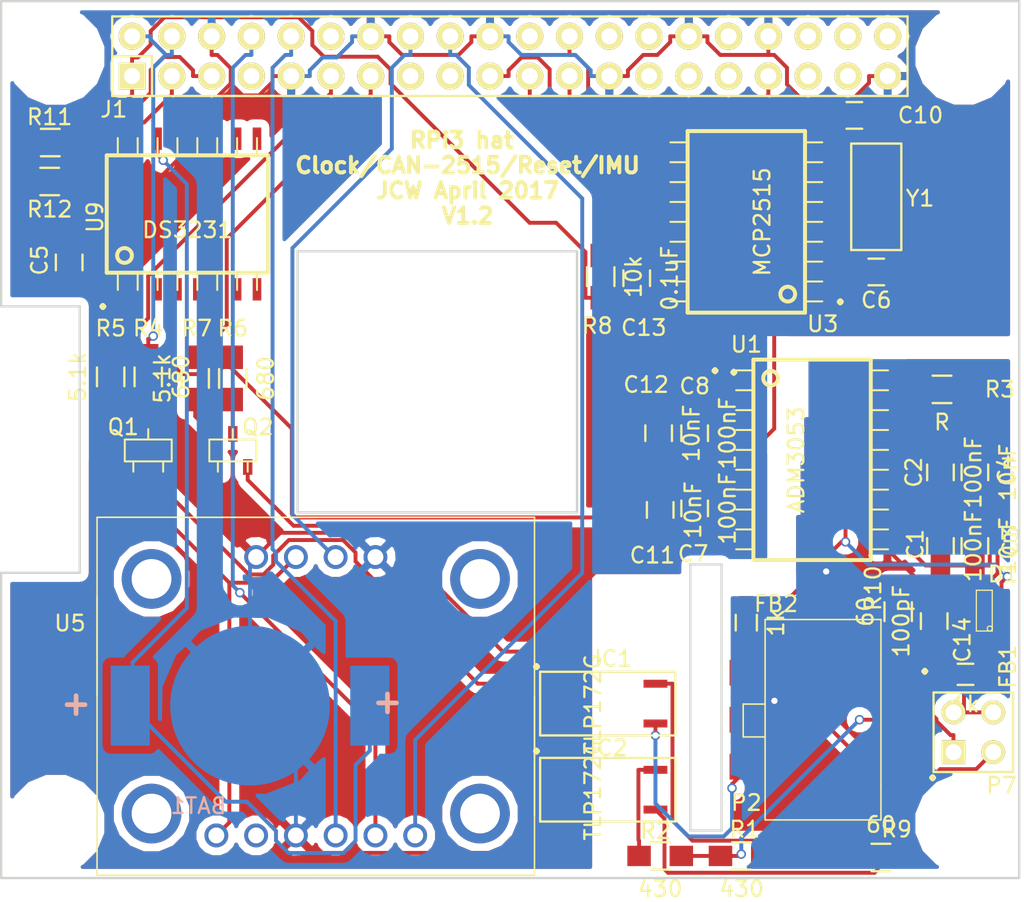
<source format=kicad_pcb>
(kicad_pcb (version 4) (host pcbnew 4.0.4+e1-6308~48~ubuntu15.10.1-stable)
  (layers (0 F.Cu signal) (31 B.Cu signal) (34 B.Paste user) (35 F.Paste user) (36 B.SilkS user) (37 F.SilkS user) (38 B.Mask user) (39 F.Mask user) (44 Edge.Cuts user))
  (net 0 "")
  (net 1 GND)
  (net 2 "Net-(C1-Pad1)")
  (net 3 GNDREF)
  (net 4 "Net-(C6-Pad1)")
  (net 5 +3V3)
  (net 6 "Net-(C10-Pad1)")
  (net 7 "Net-(C14-Pad2)")
  (net 8 "Net-(D1-Pad2)")
  (net 9 "Net-(D1-Pad1)")
  (net 10 "Net-(IC1-Pad4)")
  (net 11 "Net-(IC2-Pad4)")
  (net 12 "Net-(J1-Pad36)")
  (net 13 "Net-(J1-Pad40)")
  (net 14 "Net-(J1-Pad38)")
  (net 15 "Net-(J1-Pad24)")
  (net 16 "Net-(J1-Pad22)")
  (net 17 "Net-(J1-Pad32)")
  (net 18 "Net-(J1-Pad28)")
  (net 19 "Net-(J1-Pad26)")
  (net 20 "Net-(J1-Pad10)")
  (net 21 "Net-(J1-Pad12)")
  (net 22 "Net-(J1-Pad8)")
  (net 23 +5V)
  (net 24 "Net-(J1-Pad37)")
  (net 25 /SPIint)
  (net 26 "Net-(J1-Pad35)")
  (net 27 "Net-(J1-Pad27)")
  (net 28 /STM1rst)
  (net 29 /STM2rst)
  (net 30 "Net-(J1-Pad23)")
  (net 31 "Net-(J1-Pad21)")
  (net 32 "Net-(J1-Pad17)")
  (net 33 "Net-(J1-Pad19)")
  (net 34 "Net-(J1-Pad7)")
  (net 35 "Net-(J1-Pad15)")
  (net 36 +5C)
  (net 37 "Net-(P7-Pad1)")
  (net 38 "Net-(P7-Pad3)")
  (net 39 "Net-(Q1-Pad2)")
  (net 40 "Net-(Q1-Pad1)")
  (net 41 "Net-(Q2-Pad2)")
  (net 42 "Net-(Q2-Pad1)")
  (net 43 "Net-(R3-Pad1)")
  (net 44 "Net-(R8-Pad2)")
  (net 45 "Net-(U1-Pad2)")
  (net 46 "Net-(U1-Pad5)")
  (net 47 "Net-(U1-Pad4)")
  (net 48 "Net-(U3-Pad3)")
  (net 49 "Net-(U3-Pad4)")
  (net 50 "Net-(U3-Pad5)")
  (net 51 "Net-(U3-Pad6)")
  (net 52 "Net-(U3-Pad10)")
  (net 53 "Net-(U3-Pad11)")
  (net 54 "Net-(U9-Pad1)")
  (net 55 "Net-(U9-Pad3)")
  (net 56 "Net-(U9-Pad4)")
  (net 57 "Net-(U9-Pad5)")
  (net 58 "Net-(U9-Pad6)")
  (net 59 "Net-(U9-Pad7)")
  (net 60 "Net-(U9-Pad8)")
  (net 61 "Net-(U9-Pad9)")
  (net 62 "Net-(U9-Pad10)")
  (net 63 "Net-(U9-Pad11)")
  (net 64 "Net-(U9-Pad12)")
  (net 65 "Net-(U1-Pad14)")
  (net 66 "Net-(U5-Pad2)")
  (net 67 /BNO055int)
  (net 68 "Net-(IC1-Pad1)")
  (net 69 "Net-(IC2-Pad1)")
  (net 70 "Net-(J1-Pad3)")
  (net 71 "Net-(J1-Pad5)")
  (net 72 "Net-(J1-Pad29)")
  (net 73 "Net-(J1-Pad31)")
  (net 74 /reset1)
  (net 75 /reset2)
  (net 76 /CANH)
  (net 77 /CANL)
  (net 78 "Net-(BAT1-Pad1)")
  (net 79 /BNO055rst)
  (module Capacitors_SMD:C_0805_HandSoldering (layer F.Cu) (at 171.5 96.2 90)
    (fp_text reference C1 (at 0.1 -1.6 270) (layer F.SilkS))
    (fp_text value 100nF (at 0 2.1 90) (layer F.SilkS))
    (pad 1 smd rect (at -1.25 0 90) (size 1.5 1.25) (layers F.Cu F.Paste F.Mask) (net 2 "Net-(C1-Pad1)"))
    (pad 2 smd rect (at 1.25 0 90) (size 1.5 1.25) (layers F.Cu F.Paste F.Mask) (net 3 GNDREF))
  )
  (module Capacitors_SMD:C_0805_HandSoldering (layer F.Cu) (at 171.5 91.5 90)
    (fp_text reference C2 (at 0 -1.7 270) (layer F.SilkS))
    (fp_text value 100nF (at 0 2.1 90) (layer F.SilkS))
    (pad 1 smd rect (at -1.25 0 90) (size 1.5 1.25) (layers F.Cu F.Paste F.Mask) (net 2 "Net-(C1-Pad1)"))
    (pad 2 smd rect (at 1.25 0 90) (size 1.5 1.25) (layers F.Cu F.Paste F.Mask) (net 3 GNDREF))
  )
  (module Capacitors_SMD:C_0805_HandSoldering (layer F.Cu) (at 173.7 96.2 90)
    (fp_text reference C3 (at 0.3 2.3 270) (layer F.SilkS))
    (fp_text value 10nF (at 0 2.1 90) (layer F.SilkS))
    (pad 1 smd rect (at -1.25 0 90) (size 1.5 1.25) (layers F.Cu F.Paste F.Mask) (net 2 "Net-(C1-Pad1)"))
    (pad 2 smd rect (at 1.25 0 90) (size 1.5 1.25) (layers F.Cu F.Paste F.Mask) (net 3 GNDREF))
  )
  (module Capacitors_SMD:C_0805_HandSoldering (layer F.Cu) (at 173.7 91.5 90)
    (fp_text reference C4 (at 0.2 2 270) (layer F.SilkS))
    (fp_text value 10nF (at 0 2.1 90) (layer F.SilkS))
    (pad 1 smd rect (at -1.25 0 90) (size 1.5 1.25) (layers F.Cu F.Paste F.Mask) (net 2 "Net-(C1-Pad1)"))
    (pad 2 smd rect (at 1.25 0 90) (size 1.5 1.25) (layers F.Cu F.Paste F.Mask) (net 3 GNDREF))
  )
  (module Capacitors_SMD:C_0805_HandSoldering (layer F.Cu) (at 167.4 78.7 180)
    (fp_text reference C6 (at 0 -1.8 360) (layer F.SilkS))
    (fp_text value 20pF hide)
    (pad 1 smd rect (at -1.25 0 180) (size 1.5 1.25) (layers F.Cu F.Paste F.Mask) (net 4 "Net-(C6-Pad1)"))
    (pad 2 smd rect (at 1.25 0 180) (size 1.5 1.25) (layers F.Cu F.Paste F.Mask) (net 1 GND))
  )
  (module Capacitors_SMD:C_0805_HandSoldering (layer F.Cu) (at 155.8 93.8 90)
    (fp_text reference C7 (at -2.9 -0.1 180) (layer F.SilkS))
    (fp_text value 100nF (at 0 2.1 90) (layer F.SilkS))
    (pad 1 smd rect (at -1.25 0 90) (size 1.5 1.25) (layers F.Cu F.Paste F.Mask) (net 23 +5V))
    (pad 2 smd rect (at 1.25 0 90) (size 1.5 1.25) (layers F.Cu F.Paste F.Mask) (net 1 GND))
  )
  (module Capacitors_SMD:C_0805_HandSoldering (layer F.Cu) (at 155.8 89 90)
    (fp_text reference C8 (at 3 0 180) (layer F.SilkS))
    (fp_text value 100nF (at 0 2.1 90) (layer F.SilkS))
    (pad 1 smd rect (at -1.25 0 90) (size 1.5 1.25) (layers F.Cu F.Paste F.Mask) (net 5 +3V3))
    (pad 2 smd rect (at 1.25 0 90) (size 1.5 1.25) (layers F.Cu F.Paste F.Mask) (net 1 GND))
  )
  (module Capacitors_SMD:C_0805_HandSoldering (layer F.Cu) (at 166 68.7 180)
    (fp_text reference C10 (at -4.223 0.0088 360) (layer F.SilkS))
    (fp_text value 20pF hide)
    (pad 1 smd rect (at -1.25 0 180) (size 1.5 1.25) (layers F.Cu F.Paste F.Mask) (net 6 "Net-(C10-Pad1)"))
    (pad 2 smd rect (at 1.25 0 180) (size 1.5 1.25) (layers F.Cu F.Paste F.Mask) (net 1 GND))
  )
  (module Capacitors_SMD:C_0805_HandSoldering (layer F.Cu) (at 153.6 93.9 90)
    (fp_text reference C11 (at -2.9 -0.5 360) (layer F.SilkS))
    (fp_text value 10nF (at 0 2.1 90) (layer F.SilkS))
    (pad 1 smd rect (at -1.25 0 90) (size 1.5 1.25) (layers F.Cu F.Paste F.Mask) (net 23 +5V))
    (pad 2 smd rect (at 1.25 0 90) (size 1.5 1.25) (layers F.Cu F.Paste F.Mask) (net 1 GND))
  )
  (module Capacitors_SMD:C_0805_HandSoldering (layer F.Cu) (at 153.5 89 90)
    (fp_text reference C12 (at 3.1 -0.8 360) (layer F.SilkS))
    (fp_text value 10nF (at 0 2.1 90) (layer F.SilkS))
    (pad 1 smd rect (at -1.25 0 90) (size 1.5 1.25) (layers F.Cu F.Paste F.Mask) (net 5 +3V3))
    (pad 2 smd rect (at 1.25 0 90) (size 1.5 1.25) (layers F.Cu F.Paste F.Mask) (net 1 GND))
  )
  (module Capacitors_SMD:C_0805_HandSoldering (layer F.Cu) (at 152.1 79.1 90)
    (fp_text reference C13 (at -3.16 0.45 180) (layer F.SilkS))
    (fp_text value 0.1uF (at 0 2.1 90) (layer F.SilkS))
    (pad 1 smd rect (at -1.25 0 90) (size 1.5 1.25) (layers F.Cu F.Paste F.Mask) (net 5 +3V3))
    (pad 2 smd rect (at 1.25 0 90) (size 1.5 1.25) (layers F.Cu F.Paste F.Mask) (net 1 GND))
  )
  (module JCWfootprints:SOT23-1700 (layer F.Cu) (at 174.3 100.3 90)
    (fp_text reference D1 (at 2.3 1.2 360) (layer F.SilkS))
    (fp_text value NUP2105L hide)
    (pad 3 smd rect (at 0 -1.09982 90) (size 0.8001 1.00076) (layers F.Cu F.Paste F.Mask) (net 3 GNDREF))
    (pad 2 smd rect (at 0.9525 1.09982 90) (size 0.8001 1.00076) (layers F.Cu F.Paste F.Mask) (net 8 "Net-(D1-Pad2)"))
    (pad 1 smd rect (at -0.9525 1.09982 90) (size 0.8001 1.00076) (layers F.Cu F.Paste F.Mask) (net 9 "Net-(D1-Pad1)"))
  )
  (module JCWfootprints:RPi_Hat_Mounting_Hole (layer F.Cu) (at 114.998 113.919)
    (fp_text reference H1 hide)
    (fp_text value MountingHole hide)
    (pad "" np_thru_hole circle (at 0 0) (size 2.75 2.75) (drill 2.75) (layers *.Cu *.Mask) (clearance 1.725))
  )
  (module JCWfootprints:RPi_Hat_Mounting_Hole (layer F.Cu) (at 114.998 64.897)
    (fp_text reference H2 hide)
    (fp_text value MountingHole hide)
    (pad "" np_thru_hole circle (at 0 0.022) (size 2.75 2.75) (drill 2.75) (layers *.Cu *.Mask) (clearance 1.725))
  )
  (module JCWfootprints:RPi_Hat_Mounting_Hole (layer F.Cu) (at 173.101 64.8335)
    (fp_text reference H3 hide)
    (fp_text value MountingHole hide)
    (pad "" np_thru_hole circle (at -0.103 0.0855) (size 2.75 2.75) (drill 2.75) (layers *.Cu *.Mask) (clearance 1.725))
  )
  (module JCWfootprints:RPi_Hat_Mounting_Hole (layer F.Cu) (at 173.038 113.919)
    (fp_text reference H4 hide)
    (fp_text value MountingHole hide)
    (pad "" np_thru_hole circle (at -0.04 0) (size 2.75 2.75) (drill 2.75) (layers *.Cu *.Mask) (clearance 1.725))
  )
  (module JCWfootprints:sot23_b (layer F.Cu) (at 120.9 90.1)
    (fp_text reference Q1 (at -1.6 -1.5) (layer F.SilkS))
    (fp_text value 2N3904 hide)
    (pad 2 smd rect (at -0.9525 1.05664) (size 0.59944 1.00076) (layers F.Cu F.Paste F.Mask) (net 39 "Net-(Q1-Pad2)"))
    (pad 1 smd rect (at 0 -1.05664) (size 0.59944 1.00076) (layers F.Cu F.Paste F.Mask) (net 40 "Net-(Q1-Pad1)"))
    (pad 3 smd rect (at 0.9525 1.05664) (size 0.59944 1.00076) (layers F.Cu F.Paste F.Mask) (net 68 "Net-(IC1-Pad1)"))
  )
  (module JCWfootprints:sot23_b (layer F.Cu) (at 126.3 90.1)
    (fp_text reference Q2 (at 1.6 -1.5) (layer F.SilkS))
    (fp_text value 2N3904 hide)
    (pad 2 smd rect (at -0.9525 1.05664) (size 0.59944 1.00076) (layers F.Cu F.Paste F.Mask) (net 41 "Net-(Q2-Pad2)"))
    (pad 1 smd rect (at 0 -1.05664) (size 0.59944 1.00076) (layers F.Cu F.Paste F.Mask) (net 42 "Net-(Q2-Pad1)"))
    (pad 3 smd rect (at 0.9525 1.05664) (size 0.59944 1.00076) (layers F.Cu F.Paste F.Mask) (net 69 "Net-(IC2-Pad1)"))
  )
  (module Resistors_SMD:R_0805_HandSoldering (layer F.Cu) (at 158.8 116)
    (fp_text reference R1 (at 0.2 -1.7) (layer F.SilkS))
    (fp_text value 430 (at 0 2.1) (layer F.SilkS))
    (pad 1 smd rect (at -1.35 0) (size 1.5 1.3) (layers F.Cu F.Paste F.Mask) (net 36 +5C))
    (pad 2 smd rect (at 1.35 0) (size 1.5 1.3) (layers F.Cu F.Paste F.Mask) (net 10 "Net-(IC1-Pad4)"))
  )
  (module Resistors_SMD:R_0805_HandSoldering (layer F.Cu) (at 153.6 116)
    (fp_text reference R2 (at -0.3 -1.6 180) (layer F.SilkS))
    (fp_text value 430 (at 0 2.1) (layer F.SilkS))
    (pad 1 smd rect (at -1.35 0) (size 1.5 1.3) (layers F.Cu F.Paste F.Mask) (net 11 "Net-(IC2-Pad4)"))
    (pad 2 smd rect (at 1.35 0) (size 1.5 1.3) (layers F.Cu F.Paste F.Mask) (net 36 +5C))
  )
  (module Resistors_SMD:R_0805_HandSoldering (layer F.Cu) (at 171.6 86.2)
    (fp_text reference R3 (at 3.7 0) (layer F.SilkS))
    (fp_text value R (at 0 2.1) (layer F.SilkS))
    (pad 1 smd rect (at -1.35 0) (size 1.5 1.3) (layers F.Cu F.Paste F.Mask) (net 43 "Net-(R3-Pad1)"))
    (pad 2 smd rect (at 1.35 0) (size 1.5 1.3) (layers F.Cu F.Paste F.Mask) (net 3 GNDREF))
  )
  (module Resistors_SMD:R_0805_HandSoldering (layer F.Cu) (at 120.9 85.4 90)
    (fp_text reference R4 (at 3.1 0 180) (layer F.SilkS))
    (fp_text value 680 (at 0 2.1 90) (layer F.SilkS))
    (pad 1 smd rect (at -1.35 0 90) (size 1.5 1.3) (layers F.Cu F.Paste F.Mask) (net 40 "Net-(Q1-Pad1)"))
    (pad 2 smd rect (at 1.35 0 90) (size 1.5 1.3) (layers F.Cu F.Paste F.Mask) (net 23 +5V))
  )
  (module Resistors_SMD:R_0805_HandSoldering (layer F.Cu) (at 118.5 85.4 270)
    (fp_text reference R5 (at -3.1 0 360) (layer F.SilkS))
    (fp_text value 5.1k (at 0 2.1 270) (layer F.SilkS))
    (pad 1 smd rect (at -1.35 0 270) (size 1.5 1.3) (layers F.Cu F.Paste F.Mask) (net 28 /STM1rst))
    (pad 2 smd rect (at 1.35 0 270) (size 1.5 1.3) (layers F.Cu F.Paste F.Mask) (net 39 "Net-(Q1-Pad2)"))
  )
  (module Resistors_SMD:R_0805_HandSoldering (layer F.Cu) (at 126.3 85.5 90)
    (fp_text reference R6 (at 3.2 0 180) (layer F.SilkS))
    (fp_text value 680 (at 0 2.1 90) (layer F.SilkS))
    (pad 1 smd rect (at -1.35 0 90) (size 1.5 1.3) (layers F.Cu F.Paste F.Mask) (net 42 "Net-(Q2-Pad1)"))
    (pad 2 smd rect (at 1.35 0 90) (size 1.5 1.3) (layers F.Cu F.Paste F.Mask) (net 23 +5V))
  )
  (module Resistors_SMD:R_0805_HandSoldering (layer F.Cu) (at 123.9 85.5 270)
    (fp_text reference R7 (at -3.2 -0.1 360) (layer F.SilkS))
    (fp_text value 5.1k (at 0 2.1 270) (layer F.SilkS))
    (pad 1 smd rect (at -1.35 0 270) (size 1.5 1.3) (layers F.Cu F.Paste F.Mask) (net 29 /STM2rst))
    (pad 2 smd rect (at 1.35 0 270) (size 1.5 1.3) (layers F.Cu F.Paste F.Mask) (net 41 "Net-(Q2-Pad2)"))
  )
  (module Resistors_SMD:R_0805_HandSoldering (layer F.Cu) (at 149.8 79 90)
    (fp_text reference R8 (at -3.14 -0.22 180) (layer F.SilkS))
    (fp_text value 10k (at 0 2.1 90) (layer F.SilkS))
    (pad 1 smd rect (at -1.35 0 90) (size 1.5 1.3) (layers F.Cu F.Paste F.Mask) (net 5 +3V3))
    (pad 2 smd rect (at 1.35 0 90) (size 1.5 1.3) (layers F.Cu F.Paste F.Mask) (net 44 "Net-(R8-Pad2)"))
  )
  (module Resistors_SMD:R_0805_HandSoldering (layer F.Cu) (at 167.7 116.1 180)
    (fp_text reference R9 (at -1 1.8 180) (layer F.SilkS))
    (fp_text value 60 (at 0 2.1 180) (layer F.SilkS))
    (pad 1 smd rect (at -1.35 0 180) (size 1.5 1.3) (layers F.Cu F.Paste F.Mask) (net 38 "Net-(P7-Pad3)"))
    (pad 2 smd rect (at 1.35 0 180) (size 1.5 1.3) (layers F.Cu F.Paste F.Mask) (net 77 /CANL))
  )
  (module Resistors_SMD:R_0805_HandSoldering (layer F.Cu) (at 168.8 100.4 270)
    (fp_text reference R10 (at -1.5 1.6 450) (layer F.SilkS))
    (fp_text value 60 (at 0 2.1 270) (layer F.SilkS))
    (pad 1 smd rect (at -1.35 0 270) (size 1.5 1.3) (layers F.Cu F.Paste F.Mask) (net 37 "Net-(P7-Pad1)"))
    (pad 2 smd rect (at 1.35 0 270) (size 1.5 1.3) (layers F.Cu F.Paste F.Mask) (net 76 /CANH))
  )
  (module w_smd:soic-18 (layer F.Cu) (at 159.1 75.5 90)
    (fp_text reference U3 (at -6.5238 4.88 180) (layer F.SilkS))
    (fp_text value MCP2515 (at 0 1.016 90) (layer F.SilkS))
    (pad 1 smd rect (at -5.08 4.81076 90) (size 0.55118 1.43002) (layers F.Cu F.Paste F.Mask) (net 46 "Net-(U1-Pad5)"))
    (pad 2 smd rect (at -3.81 4.81076 90) (size 0.55118 1.43002) (layers F.Cu F.Paste F.Mask) (net 47 "Net-(U1-Pad4)"))
    (pad 3 smd rect (at -2.54 4.81076 90) (size 0.55118 1.43002) (layers F.Cu F.Paste F.Mask) (net 48 "Net-(U3-Pad3)"))
    (pad 4 smd rect (at -1.27 4.81076 90) (size 0.55118 1.43002) (layers F.Cu F.Paste F.Mask) (net 49 "Net-(U3-Pad4)"))
    (pad 5 smd rect (at 0 4.81076 90) (size 0.55118 1.43002) (layers F.Cu F.Paste F.Mask) (net 50 "Net-(U3-Pad5)"))
    (pad 6 smd rect (at 1.27 4.81076 90) (size 0.55118 1.43002) (layers F.Cu F.Paste F.Mask) (net 51 "Net-(U3-Pad6)"))
    (pad 7 smd rect (at 2.54 4.81076 90) (size 0.55118 1.43002) (layers F.Cu F.Paste F.Mask) (net 4 "Net-(C6-Pad1)"))
    (pad 8 smd rect (at 3.81 4.81076 90) (size 0.55118 1.43002) (layers F.Cu F.Paste F.Mask) (net 6 "Net-(C10-Pad1)"))
    (pad 9 smd rect (at 5.08 4.81076 90) (size 0.55118 1.43002) (layers F.Cu F.Paste F.Mask) (net 1 GND))
    (pad 10 smd rect (at 5.08 -4.81076 90) (size 0.55118 1.43002) (layers F.Cu F.Paste F.Mask) (net 52 "Net-(U3-Pad10)"))
    (pad 11 smd rect (at 3.81 -4.81076 90) (size 0.55118 1.43002) (layers F.Cu F.Paste F.Mask) (net 53 "Net-(U3-Pad11)"))
    (pad 12 smd rect (at 2.54 -4.81076 90) (size 0.55118 1.43002) (layers F.Cu F.Paste F.Mask) (net 25 /SPIint))
    (pad 13 smd rect (at 1.27 -4.81076 90) (size 0.55118 1.43002) (layers F.Cu F.Paste F.Mask) (net 30 "Net-(J1-Pad23)"))
    (pad 14 smd rect (at 0 -4.81076 90) (size 0.55118 1.43002) (layers F.Cu F.Paste F.Mask) (net 33 "Net-(J1-Pad19)"))
    (pad 15 smd rect (at -1.27 -4.81076 90) (size 0.55118 1.43002) (layers F.Cu F.Paste F.Mask) (net 31 "Net-(J1-Pad21)"))
    (pad 16 smd rect (at -2.54 -4.81076 90) (size 0.55118 1.43002) (layers F.Cu F.Paste F.Mask) (net 15 "Net-(J1-Pad24)"))
    (pad 17 smd rect (at -3.81 -4.81076 90) (size 0.55118 1.43002) (layers F.Cu F.Paste F.Mask) (net 44 "Net-(R8-Pad2)"))
    (pad 18 smd rect (at -5.08 -4.81076 90) (size 0.55118 1.43002) (layers F.Cu F.Paste F.Mask) (net 5 +3V3))
  )
  (module w_smd:soic-16 (layer F.Cu) (at 123.4 75)
    (fp_text reference U9 (at -5.9 0.2 90) (layer F.SilkS))
    (fp_text value DS3231 (at 0 1.016) (layer F.SilkS))
    (pad 1 smd rect (at -4.445 4.81076) (size 0.55118 1.43002) (layers F.Cu F.Paste F.Mask) (net 54 "Net-(U9-Pad1)"))
    (pad 2 smd rect (at -3.175 4.81076) (size 0.55118 1.43002) (layers F.Cu F.Paste F.Mask) (net 5 +3V3))
    (pad 3 smd rect (at -1.905 4.81076) (size 0.55118 1.43002) (layers F.Cu F.Paste F.Mask) (net 55 "Net-(U9-Pad3)"))
    (pad 4 smd rect (at -0.635 4.81076) (size 0.55118 1.43002) (layers F.Cu F.Paste F.Mask) (net 56 "Net-(U9-Pad4)"))
    (pad 5 smd rect (at 0.635 4.81076) (size 0.55118 1.43002) (layers F.Cu F.Paste F.Mask) (net 57 "Net-(U9-Pad5)"))
    (pad 6 smd rect (at 1.905 4.81076) (size 0.55118 1.43002) (layers F.Cu F.Paste F.Mask) (net 58 "Net-(U9-Pad6)"))
    (pad 7 smd rect (at 3.175 4.81076) (size 0.55118 1.43002) (layers F.Cu F.Paste F.Mask) (net 59 "Net-(U9-Pad7)"))
    (pad 8 smd rect (at 4.445 4.81076) (size 0.55118 1.43002) (layers F.Cu F.Paste F.Mask) (net 60 "Net-(U9-Pad8)"))
    (pad 9 smd rect (at 4.445 -4.81076) (size 0.55118 1.43002) (layers F.Cu F.Paste F.Mask) (net 61 "Net-(U9-Pad9)"))
    (pad 10 smd rect (at 3.175 -4.81076) (size 0.55118 1.43002) (layers F.Cu F.Paste F.Mask) (net 62 "Net-(U9-Pad10)"))
    (pad 11 smd rect (at 1.905 -4.81076) (size 0.55118 1.43002) (layers F.Cu F.Paste F.Mask) (net 63 "Net-(U9-Pad11)"))
    (pad 12 smd rect (at 0.635 -4.81076) (size 0.55118 1.43002) (layers F.Cu F.Paste F.Mask) (net 64 "Net-(U9-Pad12)"))
    (pad 13 smd rect (at -0.635 -4.81076) (size 0.55118 1.43002) (layers F.Cu F.Paste F.Mask) (net 1 GND))
    (pad 14 smd rect (at -1.905 -4.81076) (size 0.55118 1.43002) (layers F.Cu F.Paste F.Mask) (net 78 "Net-(BAT1-Pad1)"))
    (pad 15 smd rect (at -3.175 -4.81076) (size 0.55118 1.43002) (layers F.Cu F.Paste F.Mask) (net 70 "Net-(J1-Pad3)"))
    (pad 16 smd rect (at -4.445 -4.81076) (size 0.55118 1.43002) (layers F.Cu F.Paste F.Mask) (net 71 "Net-(J1-Pad5)"))
  )
  (module JCWfootprints:2SMD (layer F.Cu) (at 167.4 73.9 270)
    (fp_text reference Y1 (at 0.1 -2.8 360) (layer F.SilkS))
    (fp_text value 16MHz hide)
    (pad 1 smd rect (at 2 0 270) (size 2 2.4) (layers F.Cu F.Paste F.Mask) (net 4 "Net-(C6-Pad1)"))
    (pad 2 smd rect (at -2 0 270) (size 2 2.4) (layers F.Cu F.Paste F.Mask) (net 6 "Net-(C10-Pad1)"))
  )
  (module Resistors_SMD:R_0603_HandSoldering (layer F.Cu) (at 173.1 104.4)
    (fp_text reference FB1 (at 2.7 -0.5 270) (layer F.SilkS))
    (fp_text value 1k (at 0 1.9) (layer F.SilkS))
    (pad 1 smd rect (at -1.1 0) (size 1.2 0.9) (layers F.Cu F.Paste F.Mask) (net 76 /CANH))
    (pad 2 smd rect (at 1.1 0) (size 1.2 0.9) (layers F.Cu F.Paste F.Mask) (net 9 "Net-(D1-Pad1)"))
  )
  (module Resistors_SMD:R_0603_HandSoldering (layer F.Cu) (at 159.1 101.1 90)
    (fp_text reference FB2 (at 1.2 1.9 360) (layer F.SilkS))
    (fp_text value 1k (at 0 1.9 90) (layer F.SilkS))
    (pad 1 smd rect (at -1.1 0 90) (size 1.2 0.9) (layers F.Cu F.Paste F.Mask) (net 77 /CANL))
    (pad 2 smd rect (at 1.1 0 90) (size 1.2 0.9) (layers F.Cu F.Paste F.Mask) (net 8 "Net-(D1-Pad2)"))
  )
  (module Pin_Arrays:pin_array_2x02 (layer F.Cu) (at 173.6 108.1)
    (fp_text reference P7 (at 1.8 3.4) (layer F.SilkS))
    (fp_text value "optional termination" hide)
    (pad 1 thru_hole rect (at -1.27 1.27) (size 1.524 1.524) (drill 1.016) (layers *.Cu *.Mask F.SilkS) (net 37 "Net-(P7-Pad1)"))
    (pad 2 thru_hole circle (at -1.27 -1.27) (size 1.524 1.524) (drill 1.016) (layers *.Cu *.Mask F.SilkS) (net 7 "Net-(C14-Pad2)"))
    (pad 3 thru_hole circle (at 1.27 1.27) (size 1.524 1.524) (drill 1.016) (layers *.Cu *.Mask F.SilkS) (net 38 "Net-(P7-Pad3)"))
    (pad 4 thru_hole circle (at 1.27 -1.27) (size 1.524 1.524) (drill 1.016) (layers *.Cu *.Mask F.SilkS) (net 7 "Net-(C14-Pad2)"))
  )
  (module w_smd:soic-20 (layer F.Cu) (at 163.3 90.7 270)
    (fp_text reference U1 (at -7.367 4.198 360) (layer F.SilkS))
    (fp_text value ADM3053 (at 0 1.016 270) (layer F.SilkS))
    (pad 1 smd rect (at -5.715 4.81076 270) (size 0.55118 1.43002) (layers F.Cu F.Paste F.Mask) (net 1 GND))
    (pad 2 smd rect (at -4.445 4.81076 270) (size 0.55118 1.43002) (layers F.Cu F.Paste F.Mask) (net 45 "Net-(U1-Pad2)"))
    (pad 3 smd rect (at -3.175 4.81076 270) (size 0.55118 1.43002) (layers F.Cu F.Paste F.Mask) (net 1 GND))
    (pad 4 smd rect (at -1.905 4.81076 270) (size 0.55118 1.43002) (layers F.Cu F.Paste F.Mask) (net 47 "Net-(U1-Pad4)"))
    (pad 5 smd rect (at -0.635 4.81076 270) (size 0.55118 1.43002) (layers F.Cu F.Paste F.Mask) (net 46 "Net-(U1-Pad5)"))
    (pad 6 smd rect (at 0.635 4.81076 270) (size 0.55118 1.43002) (layers F.Cu F.Paste F.Mask) (net 5 +3V3))
    (pad 7 smd rect (at 1.905 4.81076 270) (size 0.55118 1.43002) (layers F.Cu F.Paste F.Mask) (net 1 GND))
    (pad 8 smd rect (at 3.175 4.81076 270) (size 0.55118 1.43002) (layers F.Cu F.Paste F.Mask) (net 23 +5V))
    (pad 9 smd rect (at 4.445 4.81076 270) (size 0.55118 1.43002) (layers F.Cu F.Paste F.Mask) (net 1 GND))
    (pad 10 smd rect (at 5.715 4.81076 270) (size 0.55118 1.43002) (layers F.Cu F.Paste F.Mask) (net 1 GND))
    (pad 11 smd rect (at 5.715 -4.81076 270) (size 0.55118 1.43002) (layers F.Cu F.Paste F.Mask) (net 3 GNDREF))
    (pad 12 smd rect (at 4.445 -4.81076 270) (size 0.55118 1.43002) (layers F.Cu F.Paste F.Mask) (net 2 "Net-(C1-Pad1)"))
    (pad 13 smd rect (at 3.175 -4.81076 270) (size 0.55118 1.43002) (layers F.Cu F.Paste F.Mask) (net 3 GNDREF))
    (pad 14 smd rect (at 1.905 -4.81076 270) (size 0.55118 1.43002) (layers F.Cu F.Paste F.Mask) (net 65 "Net-(U1-Pad14)"))
    (pad 15 smd rect (at 0.635 -4.81076 270) (size 0.55118 1.43002) (layers F.Cu F.Paste F.Mask) (net 8 "Net-(D1-Pad2)"))
    (pad 16 smd rect (at -0.635 -4.81076 270) (size 0.55118 1.43002) (layers F.Cu F.Paste F.Mask) (net 3 GNDREF))
    (pad 17 smd rect (at -1.905 -4.81076 270) (size 0.55118 1.43002) (layers F.Cu F.Paste F.Mask) (net 9 "Net-(D1-Pad1)"))
    (pad 18 smd rect (at -3.175 -4.81076 270) (size 0.55118 1.43002) (layers F.Cu F.Paste F.Mask) (net 43 "Net-(R3-Pad1)"))
    (pad 19 smd rect (at -4.445 -4.81076 270) (size 0.55118 1.43002) (layers F.Cu F.Paste F.Mask) (net 2 "Net-(C1-Pad1)"))
    (pad 20 smd rect (at -5.715 -4.81076 270) (size 0.55118 1.43002) (layers F.Cu F.Paste F.Mask) (net 3 GNDREF))
  )
  (module Capacitors_SMD:C_0805_HandSoldering (layer F.Cu) (at 115.849 78.0923 270)
    (fp_text reference C5 (at -0.1397 1.8923 270) (layer F.SilkS))
    (fp_text value 0.1uF hide)
    (pad 1 smd rect (at -1.25 0 270) (size 1.5 1.25) (layers F.Cu F.Paste F.Mask) (net 1 GND))
    (pad 2 smd rect (at 1.25 0 270) (size 1.5 1.25) (layers F.Cu F.Paste F.Mask) (net 5 +3V3))
  )
  (module Resistors_SMD:R_0805_HandSoldering (layer F.Cu) (at 114.643 70.4342)
    (fp_text reference R11 (at -0.043 -1.6342) (layer F.SilkS))
    (fp_text value 10k hide)
    (pad 1 smd rect (at -1.35 0) (size 1.5 1.3) (layers F.Cu F.Paste F.Mask) (net 5 +3V3))
    (pad 2 smd rect (at 1.35 0) (size 1.5 1.3) (layers F.Cu F.Paste F.Mask) (net 71 "Net-(J1-Pad5)"))
  )
  (module Resistors_SMD:R_0805_HandSoldering (layer F.Cu) (at 114.605 72.9234)
    (fp_text reference R12 (at -0.005 1.7766) (layer F.SilkS))
    (fp_text value 10k hide)
    (pad 1 smd rect (at -1.35 0) (size 1.5 1.3) (layers F.Cu F.Paste F.Mask) (net 5 +3V3))
    (pad 2 smd rect (at 1.35 0) (size 1.5 1.3) (layers F.Cu F.Paste F.Mask) (net 70 "Net-(J1-Pad3)"))
  )
  (module Capacitors_SMD:C_0805_HandSoldering (layer F.Cu) (at 171.1 101 270)
    (fp_text reference C14 (at 1.2 -1.8 270) (layer F.SilkS))
    (fp_text value 100pF (at 0 2.1 270) (layer F.SilkS))
    (pad 1 smd rect (at -1.25 0 270) (size 1.5 1.25) (layers F.Cu F.Paste F.Mask) (net 3 GNDREF))
    (pad 2 smd rect (at 1.25 0 270) (size 1.5 1.25) (layers F.Cu F.Paste F.Mask) (net 7 "Net-(C14-Pad2)"))
  )
  (module Pin_Headers:Pin_Header_Straight_2x20 (layer F.Cu) (at 143.998 64.919)
    (fp_text reference J1 (at -25.3 3.4) (layer F.SilkS))
    (fp_text value RPi_GPIO_header hide)
    (pad 1 thru_hole rect (at -24.13 1.27) (size 1.7272 1.7272) (drill 1.016) (layers *.Cu *.Mask F.SilkS) (net 5 +3V3))
    (pad 2 thru_hole oval (at -24.13 -1.27) (size 1.7272 1.7272) (drill 1.016) (layers *.Cu *.Mask F.SilkS) (net 23 +5V))
    (pad 3 thru_hole oval (at -21.59 1.27) (size 1.7272 1.7272) (drill 1.016) (layers *.Cu *.Mask F.SilkS) (net 70 "Net-(J1-Pad3)"))
    (pad 4 thru_hole oval (at -21.59 -1.27) (size 1.7272 1.7272) (drill 1.016) (layers *.Cu *.Mask F.SilkS) (net 23 +5V))
    (pad 5 thru_hole oval (at -19.05 1.27) (size 1.7272 1.7272) (drill 1.016) (layers *.Cu *.Mask F.SilkS) (net 71 "Net-(J1-Pad5)"))
    (pad 6 thru_hole oval (at -19.05 -1.27) (size 1.7272 1.7272) (drill 1.016) (layers *.Cu *.Mask F.SilkS) (net 1 GND))
    (pad 7 thru_hole oval (at -16.51 1.27) (size 1.7272 1.7272) (drill 1.016) (layers *.Cu *.Mask F.SilkS) (net 34 "Net-(J1-Pad7)"))
    (pad 8 thru_hole oval (at -16.51 -1.27) (size 1.7272 1.7272) (drill 1.016) (layers *.Cu *.Mask F.SilkS) (net 22 "Net-(J1-Pad8)"))
    (pad 9 thru_hole oval (at -13.97 1.27) (size 1.7272 1.7272) (drill 1.016) (layers *.Cu *.Mask F.SilkS) (net 1 GND))
    (pad 10 thru_hole oval (at -13.97 -1.27) (size 1.7272 1.7272) (drill 1.016) (layers *.Cu *.Mask F.SilkS) (net 20 "Net-(J1-Pad10)"))
    (pad 11 thru_hole oval (at -11.43 1.27) (size 1.7272 1.7272) (drill 1.016) (layers *.Cu *.Mask F.SilkS) (net 28 /STM1rst))
    (pad 12 thru_hole oval (at -11.43 -1.27) (size 1.7272 1.7272) (drill 1.016) (layers *.Cu *.Mask F.SilkS) (net 21 "Net-(J1-Pad12)"))
    (pad 13 thru_hole oval (at -8.89 1.27) (size 1.7272 1.7272) (drill 1.016) (layers *.Cu *.Mask F.SilkS) (net 29 /STM2rst))
    (pad 14 thru_hole oval (at -8.89 -1.27) (size 1.7272 1.7272) (drill 1.016) (layers *.Cu *.Mask F.SilkS) (net 1 GND))
    (pad 15 thru_hole oval (at -6.35 1.27) (size 1.7272 1.7272) (drill 1.016) (layers *.Cu *.Mask F.SilkS) (net 35 "Net-(J1-Pad15)"))
    (pad 16 thru_hole oval (at -6.35 -1.27) (size 1.7272 1.7272) (drill 1.016) (layers *.Cu *.Mask F.SilkS) (net 67 /BNO055int))
    (pad 17 thru_hole oval (at -3.81 1.27) (size 1.7272 1.7272) (drill 1.016) (layers *.Cu *.Mask F.SilkS) (net 32 "Net-(J1-Pad17)"))
    (pad 18 thru_hole oval (at -3.81 -1.27) (size 1.7272 1.7272) (drill 1.016) (layers *.Cu *.Mask F.SilkS) (net 79 /BNO055rst))
    (pad 19 thru_hole oval (at -1.27 1.27) (size 1.7272 1.7272) (drill 1.016) (layers *.Cu *.Mask F.SilkS) (net 33 "Net-(J1-Pad19)"))
    (pad 20 thru_hole oval (at -1.27 -1.27) (size 1.7272 1.7272) (drill 1.016) (layers *.Cu *.Mask F.SilkS) (net 1 GND))
    (pad 21 thru_hole oval (at 1.27 1.27) (size 1.7272 1.7272) (drill 1.016) (layers *.Cu *.Mask F.SilkS) (net 31 "Net-(J1-Pad21)"))
    (pad 22 thru_hole oval (at 1.27 -1.27) (size 1.7272 1.7272) (drill 1.016) (layers *.Cu *.Mask F.SilkS) (net 16 "Net-(J1-Pad22)"))
    (pad 23 thru_hole oval (at 3.81 1.27) (size 1.7272 1.7272) (drill 1.016) (layers *.Cu *.Mask F.SilkS) (net 30 "Net-(J1-Pad23)"))
    (pad 24 thru_hole oval (at 3.81 -1.27) (size 1.7272 1.7272) (drill 1.016) (layers *.Cu *.Mask F.SilkS) (net 15 "Net-(J1-Pad24)"))
    (pad 25 thru_hole oval (at 6.35 1.27) (size 1.7272 1.7272) (drill 1.016) (layers *.Cu *.Mask F.SilkS) (net 1 GND))
    (pad 26 thru_hole oval (at 6.35 -1.27) (size 1.7272 1.7272) (drill 1.016) (layers *.Cu *.Mask F.SilkS) (net 19 "Net-(J1-Pad26)"))
    (pad 27 thru_hole oval (at 8.89 1.27) (size 1.7272 1.7272) (drill 1.016) (layers *.Cu *.Mask F.SilkS) (net 27 "Net-(J1-Pad27)"))
    (pad 28 thru_hole oval (at 8.89 -1.27) (size 1.7272 1.7272) (drill 1.016) (layers *.Cu *.Mask F.SilkS) (net 18 "Net-(J1-Pad28)"))
    (pad 29 thru_hole oval (at 11.43 1.27) (size 1.7272 1.7272) (drill 1.016) (layers *.Cu *.Mask F.SilkS) (net 72 "Net-(J1-Pad29)"))
    (pad 30 thru_hole oval (at 11.43 -1.27) (size 1.7272 1.7272) (drill 1.016) (layers *.Cu *.Mask F.SilkS) (net 1 GND))
    (pad 31 thru_hole oval (at 13.97 1.27) (size 1.7272 1.7272) (drill 1.016) (layers *.Cu *.Mask F.SilkS) (net 73 "Net-(J1-Pad31)"))
    (pad 32 thru_hole oval (at 13.97 -1.27) (size 1.7272 1.7272) (drill 1.016) (layers *.Cu *.Mask F.SilkS) (net 17 "Net-(J1-Pad32)"))
    (pad 33 thru_hole oval (at 16.51 1.27) (size 1.7272 1.7272) (drill 1.016) (layers *.Cu *.Mask F.SilkS) (net 25 /SPIint))
    (pad 34 thru_hole oval (at 16.51 -1.27) (size 1.7272 1.7272) (drill 1.016) (layers *.Cu *.Mask F.SilkS) (net 1 GND))
    (pad 35 thru_hole oval (at 19.05 1.27) (size 1.7272 1.7272) (drill 1.016) (layers *.Cu *.Mask F.SilkS) (net 26 "Net-(J1-Pad35)"))
    (pad 36 thru_hole oval (at 19.05 -1.27) (size 1.7272 1.7272) (drill 1.016) (layers *.Cu *.Mask F.SilkS) (net 12 "Net-(J1-Pad36)"))
    (pad 37 thru_hole oval (at 21.59 1.27) (size 1.7272 1.7272) (drill 1.016) (layers *.Cu *.Mask F.SilkS) (net 24 "Net-(J1-Pad37)"))
    (pad 38 thru_hole oval (at 21.59 -1.27) (size 1.7272 1.7272) (drill 1.016) (layers *.Cu *.Mask F.SilkS) (net 14 "Net-(J1-Pad38)"))
    (pad 39 thru_hole oval (at 24.13 1.27) (size 1.7272 1.7272) (drill 1.016) (layers *.Cu *.Mask F.SilkS) (net 1 GND))
    (pad 40 thru_hole oval (at 24.13 -1.27) (size 1.7272 1.7272) (drill 1.016) (layers *.Cu *.Mask F.SilkS) (net 13 "Net-(J1-Pad40)"))
  )
  (module JCWfootprints:2.54SOP4 (layer F.Cu) (at 147.2 105 270)
    (fp_text reference IC1 (at -1.6 -3.4 360) (layer F.SilkS))
    (fp_text value TLP172G (at 1.3 -2.1 270) (layer F.SilkS))
    (pad 1 smd rect (at 0 0 270) (size 0.508 1.524) (layers F.Cu F.Paste F.Mask) (net 68 "Net-(IC1-Pad1)"))
    (pad 2 smd rect (at 2.54 0 270) (size 0.508 1.524) (layers F.Cu F.Paste F.Mask) (net 1 GND))
    (pad 3 smd rect (at 2.54 -6.096 270) (size 0.508 1.524) (layers F.Cu F.Paste F.Mask) (net 74 /reset1))
    (pad 4 smd rect (at 0 -6.096 270) (size 0.508 1.524) (layers F.Cu F.Paste F.Mask) (net 10 "Net-(IC1-Pad4)"))
  )
  (module JCWfootprints:2.54SOP4 (layer F.Cu) (at 147.2 110.5 270)
    (fp_text reference IC2 (at -1.4 -3.1 360) (layer F.SilkS))
    (fp_text value TLP172G (at 1.3 -2.1 270) (layer F.SilkS))
    (pad 1 smd rect (at 0 0 270) (size 0.508 1.524) (layers F.Cu F.Paste F.Mask) (net 69 "Net-(IC2-Pad1)"))
    (pad 2 smd rect (at 2.54 0 270) (size 0.508 1.524) (layers F.Cu F.Paste F.Mask) (net 1 GND))
    (pad 3 smd rect (at 2.54 -6.096 270) (size 0.508 1.524) (layers F.Cu F.Paste F.Mask) (net 75 /reset2))
    (pad 4 smd rect (at 0 -6.096 270) (size 0.508 1.524) (layers F.Cu F.Paste F.Mask) (net 11 "Net-(IC2-Pad4)"))
  )
  (module JCWfootprints:BK-916BatClip1220 (layer B.Cu) (at 127.4 106.4)
    (fp_text reference BAT1 (at -3.3 6.4) (layer B.SilkS) (effects (justify mirror)))
    (fp_text value BK-916BattHold1220)
    (pad 1 smd rect (at -7.65 0) (size 2.5 5.1) (layers B.Cu B.Paste B.Mask) (net 78 "Net-(BAT1-Pad1)"))
    (pad 3 smd rect (at 7.65 0) (size 2.5 5.1) (layers B.Cu B.Paste B.Mask) (net 78 "Net-(BAT1-Pad1)"))
    (pad 2 smd circle (at 0 0) (size 10.2 10.2) (layers B.Cu B.Paste B.Mask) (net 1 GND))
  )
  (module JCWfootprints:43045-0620header6pin (layer F.Cu) (at 164 107.3 90)
    (fp_text reference P2 (at -5.3 -4.9 360) (layer F.SilkS))
    (fp_text value 43045-0620)
    (pad 8 smd rect (at 6.885 0 90) (size 3.43 1.65) (layers F.Cu F.Paste F.Mask))
    (pad 7 smd rect (at -6.885 0 90) (size 3.43 1.65) (layers F.Cu F.Paste F.Mask))
    (pad 6 smd rect (at -3 -4.7 90) (size 1.65 2.54) (layers F.Cu F.Paste F.Mask) (net 74 /reset1))
    (pad 3 smd rect (at -3 4.7 90) (size 1.65 2.54) (layers F.Cu F.Paste F.Mask) (net 75 /reset2))
    (pad 5 smd rect (at 0 -4.7 90) (size 1.65 2.54) (layers F.Cu F.Paste F.Mask) (net 3 GNDREF))
    (pad 2 smd rect (at 0 4.7 90) (size 1.65 2.54) (layers F.Cu F.Paste F.Mask) (net 36 +5C))
    (pad 4 smd rect (at 3 -4.7 90) (size 1.65 2.54) (layers F.Cu F.Paste F.Mask) (net 77 /CANL))
    (pad 1 smd rect (at 3 4.7 90) (size 1.65 2.54) (layers F.Cu F.Paste F.Mask) (net 76 /CANH))
  )
  (module JCWfootprints:BDO055BOB (layer F.Cu) (at 131.6 105.8)
    (fp_text reference U5 (at -15.699991 -4.659992) (layer F.SilkS))
    (fp_text value AdafruitBNO055)
    (pad 9 thru_hole circle (at 1.27 -8.89) (size 1.524 1.524) (drill 1.016) (layers *.Cu *.Mask) (net 67 /BNO055int))
    (pad 8 thru_hole circle (at 3.81 -8.89) (size 1.524 1.524) (drill 1.016) (layers *.Cu *.Mask) (net 1 GND))
    (pad 10 thru_hole circle (at -1.27 -8.89) (size 1.524 1.524) (drill 1.016) (layers *.Cu *.Mask) (net 5 +3V3))
    (pad 11 thru_hole circle (at -3.81 -8.89) (size 1.524 1.524) (drill 1.016) (layers *.Cu *.Mask) (net 1 GND))
    (pad 4 thru_hole circle (at 1.27 8.89) (size 1.524 1.524) (drill 1.016) (layers *.Cu *.Mask) (net 20 "Net-(J1-Pad10)"))
    (pad 5 thru_hole circle (at 3.81 8.89) (size 1.524 1.524) (drill 1.016) (layers *.Cu *.Mask) (net 22 "Net-(J1-Pad8)"))
    (pad 6 thru_hole circle (at 6.35 8.89) (size 1.524 1.524) (drill 1.016) (layers *.Cu *.Mask) (net 79 /BNO055rst))
    (pad 3 thru_hole circle (at -1.27 8.89) (size 1.524 1.524) (drill 1.016) (layers *.Cu *.Mask) (net 1 GND))
    (pad 2 thru_hole circle (at -3.81 8.89) (size 1.524 1.524) (drill 1.016) (layers *.Cu *.Mask) (net 66 "Net-(U5-Pad2)"))
    (pad 1 thru_hole circle (at -6.35 8.89) (size 1.524 1.524) (drill 1.016) (layers *.Cu *.Mask) (net 5 +3V3))
    (pad 21 thru_hole circle (at 10.4902 -7.493) (size 3.81 3.81) (drill 2.54) (layers *.Cu *.Mask))
    (pad 22 thru_hole circle (at 10.4902 7.493) (size 3.81 3.81) (drill 2.54) (layers *.Cu *.Mask))
    (pad 23 thru_hole circle (at -10.4902 -7.493) (size 3.81 3.81) (drill 2.54) (layers *.Cu *.Mask))
    (pad 24 thru_hole circle (at -10.4902 7.493) (size 3.81 3.81) (drill 2.54) (layers *.Cu *.Mask))
  )
  (gr_text . (at 157.1 84.4) (layer F.SilkS) (effects (font (size 1.5 1.5) (thickness 0.3))))
  (gr_text . (at 170.5 103.6) (layer F.SilkS) (effects (font (size 1.5 1.5) (thickness 0.3))))
  (gr_text . (at 171 110.4) (layer F.SilkS) (effects (font (size 1.5 1.5) (thickness 0.3))))
  (gr_text + (at 136.18 106.12) (layer B.SilkS) (effects (font (size 1.5 1.5) (thickness 0.3)) (justify mirror)))
  (gr_text + (at 116.29 106.23) (layer B.SilkS) (effects (font (size 1.5 1.5) (thickness 0.3)) (justify mirror)))
  (gr_text . (at 118 80.3) (layer F.SilkS) (effects (font (size 1.5 1.5) (thickness 0.3))))
  (gr_text . (at 165.1 80) (layer F.SilkS) (effects (font (size 1.5 1.5) (thickness 0.3))))
  (gr_text . (at 158.3 84.5) (layer F.SilkS) (effects (font (size 1.5 1.5) (thickness 0.3))))
  (gr_text . (at 145.7 108.7) (layer F.SilkS) (effects (font (size 1.5 1.5) (thickness 0.3))))
  (gr_text . (at 145.7 103.3) (layer F.SilkS) (effects (font (size 1.5 1.5) (thickness 0.3))))
  (gr_text "RPi3 hat \nClock/CAN-2515/Reset/IMU\nJCW April 2017\nV1.2" (at 141.3 72.7) (layer F.SilkS) (effects (font (size 1 1) (thickness 0.25))))
  (gr_line (start 155.5242 97.3836) (end 155.5496 97.3836) (angle 90) (layer Edge.Cuts) (width 0.15))
  (gr_line (start 155.5242 114.3762) (end 155.5242 97.3836) (angle 90) (layer Edge.Cuts) (width 0.15))
  (gr_line (start 157.5181 114.3762) (end 155.5242 114.3762) (angle 90) (layer Edge.Cuts) (width 0.15))
  (gr_line (start 157.5181 97.409) (end 157.5181 114.3762) (angle 90) (layer Edge.Cuts) (width 0.15))
  (gr_line (start 157.5181 97.3836) (end 157.5181 97.409) (angle 90) (layer Edge.Cuts) (width 0.15))
  (gr_line (start 155.5242 97.3836) (end 157.5181 97.3836) (angle 90) (layer Edge.Cuts) (width 0.15))
  (gr_line (start 130.4417 77.3811) (end 130.4417 94.0562) (angle 90) (layer Edge.Cuts) (width 0.15))
  (gr_line (start 148.2852 77.3811) (end 130.4671 77.3811) (angle 90) (layer Edge.Cuts) (width 0.15))
  (gr_line (start 148.2852 94.0562) (end 148.2852 77.3811) (angle 90) (layer Edge.Cuts) (width 0.15))
  (gr_line (start 130.4417 94.0562) (end 148.2852 94.0562) (angle 90) (layer Edge.Cuts) (width 0.15))
  (gr_line (start 130.4544 94.0562) (end 130.4417 94.0562) (angle 90) (layer Edge.Cuts) (width 0.15))
  (gr_line (start 111.506 80.899) (end 111.506 61.4045) (angle 90) (layer Edge.Cuts) (width 0.15))
  (gr_line (start 116.5225 80.899) (end 111.506 80.899) (angle 90) (layer Edge.Cuts) (width 0.15))
  (gr_line (start 116.5225 97.917) (end 116.5225 80.899) (angle 90) (layer Edge.Cuts) (width 0.15))
  (gr_line (start 111.506 97.917) (end 116.5225 97.917) (angle 90) (layer Edge.Cuts) (width 0.15))
  (gr_line (start 111.506 117.4115) (end 111.506 97.917) (angle 90) (layer Edge.Cuts) (width 0.15))
  (gr_line (start 176.53 117.4115) (end 111.506 117.4115) (angle 90) (layer Edge.Cuts) (width 0.15))
  (gr_line (start 176.53 61.4045) (end 176.53 117.4115) (angle 90) (layer Edge.Cuts) (width 0.15))
  (gr_line (start 111.506 61.4045) (end 176.53 61.4045) (angle 90) (layer Edge.Cuts) (width 0.15))
  (segment (start 127.4 97.3) (end 127.79 96.91) (width 0.25) (layer B.Cu) (net 1))
  (segment (start 127.4 106.4) (end 127.4 97.3) (width 0.25) (layer B.Cu) (net 1))
  (segment (start 122.765 71.5495) (end 122.765 70.1892) (width 0.25) (layer F.Cu) (net 1))
  (segment (start 117.4722 76.8423) (end 122.765 71.5495) (width 0.25) (layer F.Cu) (net 1))
  (segment (start 115.849 76.8423) (end 117.4722 76.8423) (width 0.25) (layer F.Cu) (net 1))
  (segment (start 156.2189 92.55) (end 156.6377 92.55) (width 0.25) (layer F.Cu) (net 1))
  (segment (start 156.2189 92.55) (end 155.8 92.55) (width 0.25) (layer F.Cu) (net 1))
  (segment (start 154.6503 92.55) (end 154.5503 92.65) (width 0.25) (layer F.Cu) (net 1))
  (segment (start 155.8 92.55) (end 154.6503 92.55) (width 0.25) (layer F.Cu) (net 1))
  (segment (start 153.6 92.65) (end 154.5503 92.65) (width 0.25) (layer F.Cu) (net 1))
  (segment (start 158.4892 92.605) (end 157.4489 92.605) (width 0.25) (layer F.Cu) (net 1))
  (segment (start 164.75 68.7) (end 163.6747 68.7) (width 0.25) (layer F.Cu) (net 1))
  (segment (start 165.8253 67.7332) (end 165.8253 68.7) (width 0.25) (layer F.Cu) (net 1))
  (segment (start 166.9391 66.6194) (end 165.8253 67.7332) (width 0.25) (layer F.Cu) (net 1))
  (segment (start 166.9391 66.189) (end 166.9391 66.6194) (width 0.25) (layer F.Cu) (net 1))
  (segment (start 168.128 66.189) (end 166.9391 66.189) (width 0.25) (layer F.Cu) (net 1))
  (segment (start 164.75 68.7) (end 165.8253 68.7) (width 0.25) (layer F.Cu) (net 1))
  (segment (start 136.2969 64.0206) (end 136.2969 63.649) (width 0.25) (layer F.Cu) (net 1))
  (segment (start 137.1142 64.8379) (end 136.2969 64.0206) (width 0.25) (layer F.Cu) (net 1))
  (segment (start 140.7217 64.8379) (end 137.1142 64.8379) (width 0.25) (layer F.Cu) (net 1))
  (segment (start 141.5391 64.0205) (end 140.7217 64.8379) (width 0.25) (layer F.Cu) (net 1))
  (segment (start 141.5391 63.649) (end 141.5391 64.0205) (width 0.25) (layer F.Cu) (net 1))
  (segment (start 142.728 63.649) (end 141.5391 63.649) (width 0.25) (layer F.Cu) (net 1))
  (segment (start 135.108 63.649) (end 136.2969 63.649) (width 0.25) (layer F.Cu) (net 1))
  (segment (start 154.2391 64.0206) (end 154.2391 63.649) (width 0.25) (layer F.Cu) (net 1))
  (segment (start 153.4218 64.8379) (end 154.2391 64.0206) (width 0.25) (layer F.Cu) (net 1))
  (segment (start 152.5164 64.8379) (end 153.4218 64.8379) (width 0.25) (layer F.Cu) (net 1))
  (segment (start 151.5369 65.8174) (end 152.5164 64.8379) (width 0.25) (layer F.Cu) (net 1))
  (segment (start 151.5369 66.189) (end 151.5369 65.8174) (width 0.25) (layer F.Cu) (net 1))
  (segment (start 150.348 66.189) (end 151.5369 66.189) (width 0.25) (layer F.Cu) (net 1))
  (segment (start 155.428 63.649) (end 154.2391 63.649) (width 0.25) (layer F.Cu) (net 1))
  (segment (start 147.2 113.04) (end 148.2873 113.04) (width 0.25) (layer F.Cu) (net 1))
  (segment (start 143.3467 115.806) (end 146.1127 113.04) (width 0.25) (layer F.Cu) (net 1))
  (segment (start 131.446 115.806) (end 143.3467 115.806) (width 0.25) (layer F.Cu) (net 1))
  (segment (start 130.33 114.69) (end 131.446 115.806) (width 0.25) (layer F.Cu) (net 1))
  (segment (start 147.2 113.04) (end 146.1127 113.04) (width 0.25) (layer F.Cu) (net 1))
  (segment (start 147.2 107.54) (end 148.2873 107.54) (width 0.25) (layer F.Cu) (net 1))
  (segment (start 163.9108 70.42) (end 163.3907 70.42) (width 0.25) (layer F.Cu) (net 1))
  (segment (start 148.2873 113.04) (end 148.2873 107.54) (width 0.25) (layer F.Cu) (net 1))
  (segment (start 131.2169 65.8174) (end 131.2169 66.189) (width 0.25) (layer B.Cu) (net 1))
  (segment (start 132.0342 65.0001) (end 131.2169 65.8174) (width 0.25) (layer B.Cu) (net 1))
  (segment (start 132.9396 65.0001) (end 132.0342 65.0001) (width 0.25) (layer B.Cu) (net 1))
  (segment (start 133.9191 64.0206) (end 132.9396 65.0001) (width 0.25) (layer B.Cu) (net 1))
  (segment (start 133.9191 63.649) (end 133.9191 64.0206) (width 0.25) (layer B.Cu) (net 1))
  (segment (start 135.108 63.649) (end 133.9191 63.649) (width 0.25) (layer B.Cu) (net 1))
  (segment (start 130.028 66.189) (end 131.2169 66.189) (width 0.25) (layer B.Cu) (net 1))
  (segment (start 160.508 63.649) (end 160.508 64.8379) (width 0.25) (layer F.Cu) (net 1))
  (segment (start 163.6747 70.136) (end 163.3907 70.42) (width 0.25) (layer F.Cu) (net 1))
  (segment (start 163.6747 68.7) (end 163.6747 70.136) (width 0.25) (layer F.Cu) (net 1))
  (segment (start 160.8796 64.8379) (end 160.508 64.8379) (width 0.25) (layer F.Cu) (net 1))
  (segment (start 161.6969 65.6552) (end 160.8796 64.8379) (width 0.25) (layer F.Cu) (net 1))
  (segment (start 161.6969 66.7222) (end 161.6969 65.6552) (width 0.25) (layer F.Cu) (net 1))
  (segment (start 163.6747 68.7) (end 161.6969 66.7222) (width 0.25) (layer F.Cu) (net 1))
  (segment (start 156.6169 64.0206) (end 156.6169 63.649) (width 0.25) (layer F.Cu) (net 1))
  (segment (start 157.4342 64.8379) (end 156.6169 64.0206) (width 0.25) (layer F.Cu) (net 1))
  (segment (start 160.508 64.8379) (end 157.4342 64.8379) (width 0.25) (layer F.Cu) (net 1))
  (segment (start 155.428 63.649) (end 156.6169 63.649) (width 0.25) (layer F.Cu) (net 1))
  (segment (start 166.15 78.7) (end 165.0747 78.7) (width 0.25) (layer F.Cu) (net 1))
  (segment (start 130.33 109.33) (end 127.4 106.4) (width 0.25) (layer B.Cu) (net 1))
  (segment (start 130.33 114.69) (end 130.33 109.33) (width 0.25) (layer B.Cu) (net 1))
  (segment (start 159.5295 95.145) (end 159.5295 92.605) (width 0.25) (layer F.Cu) (net 1))
  (segment (start 158.4892 95.145) (end 159.5295 95.145) (width 0.25) (layer F.Cu) (net 1))
  (segment (start 155.8 87.75) (end 153.5 87.75) (width 0.25) (layer F.Cu) (net 1))
  (segment (start 157.3939 92.55) (end 157.4489 92.605) (width 0.25) (layer F.Cu) (net 1))
  (segment (start 156.6377 92.55) (end 157.3939 92.55) (width 0.25) (layer F.Cu) (net 1))
  (segment (start 158.4892 92.605) (end 159.4169 92.605) (width 0.25) (layer F.Cu) (net 1))
  (segment (start 159.4169 92.605) (end 159.5295 92.605) (width 0.25) (layer F.Cu) (net 1))
  (segment (start 162.8704 70.9403) (end 162.8704 78.6409) (width 0.25) (layer F.Cu) (net 1))
  (segment (start 163.3907 70.42) (end 162.8704 70.9403) (width 0.25) (layer F.Cu) (net 1))
  (segment (start 162.9295 78.7) (end 165.0747 78.7) (width 0.25) (layer F.Cu) (net 1))
  (segment (start 162.8704 78.6409) (end 162.9295 78.7) (width 0.25) (layer F.Cu) (net 1))
  (segment (start 152.1 77.85) (end 153.0503 77.85) (width 0.25) (layer F.Cu) (net 1))
  (segment (start 133.8617 95.3617) (end 135.41 96.91) (width 0.25) (layer F.Cu) (net 1))
  (segment (start 129.3383 95.3617) (end 133.8617 95.3617) (width 0.25) (layer F.Cu) (net 1))
  (segment (start 127.79 96.91) (end 129.3383 95.3617) (width 0.25) (layer F.Cu) (net 1))
  (segment (start 143.9169 64.0206) (end 143.9169 63.649) (width 0.25) (layer B.Cu) (net 1))
  (segment (start 144.7342 64.8379) (end 143.9169 64.0206) (width 0.25) (layer B.Cu) (net 1))
  (segment (start 148.1796 64.8379) (end 144.7342 64.8379) (width 0.25) (layer B.Cu) (net 1))
  (segment (start 149.1591 65.8174) (end 148.1796 64.8379) (width 0.25) (layer B.Cu) (net 1))
  (segment (start 149.1591 66.189) (end 149.1591 65.8174) (width 0.25) (layer B.Cu) (net 1))
  (segment (start 150.348 66.189) (end 149.1591 66.189) (width 0.25) (layer B.Cu) (net 1))
  (segment (start 142.728 63.649) (end 143.9169 63.649) (width 0.25) (layer B.Cu) (net 1))
  (segment (start 155.8 87.75) (end 156.2752 87.75) (width 0.25) (layer F.Cu) (net 1))
  (segment (start 158.4892 87.525) (end 157.4489 87.525) (width 0.25) (layer F.Cu) (net 1))
  (segment (start 157.2239 90.2642) (end 157.2239 87.75) (width 0.25) (layer F.Cu) (net 1))
  (segment (start 157.6937 90.734) (end 157.2239 90.2642) (width 0.25) (layer F.Cu) (net 1))
  (segment (start 159.4135 90.734) (end 157.6937 90.734) (width 0.25) (layer F.Cu) (net 1))
  (segment (start 159.5295 90.85) (end 159.4135 90.734) (width 0.25) (layer F.Cu) (net 1))
  (segment (start 159.5295 92.605) (end 159.5295 90.85) (width 0.25) (layer F.Cu) (net 1))
  (segment (start 156.2752 87.75) (end 157.2239 87.75) (width 0.25) (layer F.Cu) (net 1))
  (segment (start 158.4892 82) (end 158.4892 84.985) (width 0.25) (layer F.Cu) (net 1))
  (segment (start 155.1982 78.709) (end 158.4892 82) (width 0.25) (layer F.Cu) (net 1))
  (segment (start 153.4797 78.709) (end 155.1982 78.709) (width 0.25) (layer F.Cu) (net 1))
  (segment (start 153.0503 78.2796) (end 153.4797 78.709) (width 0.25) (layer F.Cu) (net 1))
  (segment (start 153.0503 77.85) (end 153.0503 78.2796) (width 0.25) (layer F.Cu) (net 1))
  (segment (start 159.5113 82) (end 162.8704 78.6409) (width 0.25) (layer F.Cu) (net 1))
  (segment (start 158.4892 82) (end 159.5113 82) (width 0.25) (layer F.Cu) (net 1))
  (segment (start 158.4892 84.985) (end 157.4489 84.985) (width 0.25) (layer F.Cu) (net 1))
  (segment (start 157.2239 87.75) (end 157.4489 87.525) (width 0.25) (layer F.Cu) (net 1))
  (segment (start 157.4489 87.525) (end 157.4489 84.985) (width 0.25) (layer F.Cu) (net 1))
  (segment (start 158.4892 95.145) (end 157.4489 95.145) (width 0.25) (layer F.Cu) (net 1))
  (segment (start 157.4489 96.415) (end 157.4489 95.145) (width 0.25) (layer F.Cu) (net 1))
  (segment (start 150.9195 96.415) (end 157.4489 96.415) (width 0.25) (layer F.Cu) (net 1))
  (segment (start 149.0686 98.2659) (end 150.9195 96.415) (width 0.25) (layer F.Cu) (net 1))
  (segment (start 149.0686 106.7587) (end 149.0686 98.2659) (width 0.25) (layer F.Cu) (net 1))
  (segment (start 148.2873 107.54) (end 149.0686 106.7587) (width 0.25) (layer F.Cu) (net 1))
  (segment (start 157.4489 96.415) (end 158.4892 96.415) (width 0.25) (layer F.Cu) (net 1))
  (segment (start 130.028 66.189) (end 128.8391 66.189) (width 0.25) (layer F.Cu) (net 1))
  (segment (start 124.948 63.649) (end 124.948 64.8379) (width 0.25) (layer F.Cu) (net 1))
  (segment (start 122.765 70.1892) (end 122.765 69.1489) (width 0.25) (layer F.Cu) (net 1))
  (segment (start 126.9263 67.4235) (end 126.1681 66.6653) (width 0.25) (layer F.Cu) (net 1))
  (segment (start 127.9761 67.4235) (end 126.9263 67.4235) (width 0.25) (layer F.Cu) (net 1))
  (segment (start 128.8391 66.5605) (end 127.9761 67.4235) (width 0.25) (layer F.Cu) (net 1))
  (segment (start 128.8391 66.189) (end 128.8391 66.5605) (width 0.25) (layer F.Cu) (net 1))
  (segment (start 126.1681 65.6864) (end 126.1681 66.6653) (width 0.25) (layer F.Cu) (net 1))
  (segment (start 125.3196 64.8379) (end 126.1681 65.6864) (width 0.25) (layer F.Cu) (net 1))
  (segment (start 124.948 64.8379) (end 125.3196 64.8379) (width 0.25) (layer F.Cu) (net 1))
  (segment (start 123.6845 69.1489) (end 122.765 69.1489) (width 0.25) (layer F.Cu) (net 1))
  (segment (start 126.1681 66.6653) (end 123.6845 69.1489) (width 0.25) (layer F.Cu) (net 1))
  (segment (start 173.7 92.75) (end 171.5 92.75) (width 0.25) (layer F.Cu) (net 2))
  (segment (start 173.7 92.75) (end 174.6503 92.75) (width 0.25) (layer F.Cu) (net 2))
  (segment (start 173.7 97.45) (end 171.5 97.45) (width 0.25) (layer F.Cu) (net 2))
  (segment (start 174.6503 97.45) (end 174.6503 92.75) (width 0.25) (layer F.Cu) (net 2))
  (segment (start 173.7 97.45) (end 174.6503 97.45) (width 0.25) (layer F.Cu) (net 2))
  (segment (start 169.8597 92.06) (end 170.5497 92.75) (width 0.25) (layer F.Cu) (net 2))
  (segment (start 169.8597 90.3098) (end 169.8597 92.06) (width 0.25) (layer F.Cu) (net 2))
  (segment (start 168.9799 89.43) (end 169.8597 90.3098) (width 0.25) (layer F.Cu) (net 2))
  (segment (start 167.2951 89.43) (end 168.9799 89.43) (width 0.25) (layer F.Cu) (net 2))
  (segment (start 167.0705 89.2054) (end 167.2951 89.43) (width 0.25) (layer F.Cu) (net 2))
  (segment (start 167.0705 86.255) (end 167.0705 89.2054) (width 0.25) (layer F.Cu) (net 2))
  (segment (start 168.1108 86.255) (end 167.0705 86.255) (width 0.25) (layer F.Cu) (net 2))
  (segment (start 171.5 92.75) (end 170.5497 92.75) (width 0.25) (layer F.Cu) (net 2))
  (segment (start 169.1511 96.0514) (end 170.5497 97.45) (width 0.25) (layer F.Cu) (net 2))
  (segment (start 169.1511 95.145) (end 169.1511 96.0514) (width 0.25) (layer F.Cu) (net 2))
  (segment (start 171.5 97.45) (end 170.5497 97.45) (width 0.25) (layer F.Cu) (net 2))
  (segment (start 168.1108 95.145) (end 169.1511 95.145) (width 0.25) (layer F.Cu) (net 2))
  (via (at 160.8953 106.0926) (size 0.6) (layers F.Cu B.Cu) (net 3))
  (via (at 164.2002 97.8323) (size 0.6) (layers F.Cu B.Cu) (net 3))
  (segment (start 171.5 94.95) (end 170.5497 94.95) (width 0.25) (layer F.Cu) (net 3))
  (segment (start 172.95 88.4247) (end 173.7 89.1747) (width 0.25) (layer F.Cu) (net 3))
  (segment (start 172.95 86.2) (end 172.95 88.4247) (width 0.25) (layer F.Cu) (net 3))
  (segment (start 172.3745 100.0742) (end 172.0503 99.75) (width 0.25) (layer F.Cu) (net 3))
  (segment (start 172.3745 100.3) (end 172.3745 100.0742) (width 0.25) (layer F.Cu) (net 3))
  (segment (start 173.2002 100.3) (end 172.3745 100.3) (width 0.25) (layer F.Cu) (net 3))
  (segment (start 171.1 99.75) (end 172.0503 99.75) (width 0.25) (layer F.Cu) (net 3))
  (segment (start 173.7 94.95) (end 171.5 94.95) (width 0.25) (layer F.Cu) (net 3))
  (segment (start 168.1551 93.875) (end 169.0385 93.875) (width 0.25) (layer F.Cu) (net 3))
  (segment (start 168.1108 84.985) (end 169.1511 84.985) (width 0.25) (layer F.Cu) (net 3))
  (segment (start 169.0385 93.875) (end 169.2021 93.875) (width 0.25) (layer F.Cu) (net 3))
  (segment (start 169.4747 93.875) (end 170.5497 94.95) (width 0.25) (layer F.Cu) (net 3))
  (segment (start 169.2021 93.875) (end 169.4747 93.875) (width 0.25) (layer F.Cu) (net 3))
  (segment (start 170.3705 98.6747) (end 171.1 98.6747) (width 0.25) (layer F.Cu) (net 3))
  (segment (start 168.1108 96.415) (end 170.3705 98.6747) (width 0.25) (layer F.Cu) (net 3))
  (segment (start 171.1 99.75) (end 171.1 98.6747) (width 0.25) (layer F.Cu) (net 3))
  (segment (start 173.7 90.25) (end 173.7 89.7123) (width 0.25) (layer F.Cu) (net 3))
  (segment (start 173.7 89.7123) (end 173.7 89.1747) (width 0.25) (layer F.Cu) (net 3))
  (segment (start 172.988 89.7123) (end 172.4503 90.25) (width 0.25) (layer F.Cu) (net 3))
  (segment (start 173.7 89.7123) (end 172.988 89.7123) (width 0.25) (layer F.Cu) (net 3))
  (segment (start 171.5 90.25) (end 172.4503 90.25) (width 0.25) (layer F.Cu) (net 3))
  (segment (start 172.95 86.2) (end 172.95 85.2247) (width 0.25) (layer F.Cu) (net 3))
  (segment (start 169.3908 85.2247) (end 172.95 85.2247) (width 0.25) (layer F.Cu) (net 3))
  (segment (start 169.1511 84.985) (end 169.3908 85.2247) (width 0.25) (layer F.Cu) (net 3))
  (segment (start 165.6532 97.8323) (end 167.0705 96.415) (width 0.25) (layer F.Cu) (net 3))
  (segment (start 164.2002 97.8323) (end 165.6532 97.8323) (width 0.25) (layer F.Cu) (net 3))
  (segment (start 168.1108 96.415) (end 167.0705 96.415) (width 0.25) (layer F.Cu) (net 3))
  (segment (start 159.3 107.3) (end 160.8953 107.3) (width 0.25) (layer F.Cu) (net 3))
  (segment (start 164.2002 102.7877) (end 160.8953 106.0926) (width 0.25) (layer B.Cu) (net 3))
  (segment (start 164.2002 97.8323) (end 164.2002 102.7877) (width 0.25) (layer B.Cu) (net 3))
  (segment (start 160.8953 107.3) (end 160.8953 106.0926) (width 0.25) (layer F.Cu) (net 3))
  (segment (start 168.1551 93.875) (end 168.1108 93.875) (width 0.25) (layer F.Cu) (net 3))
  (segment (start 167.0705 93.875) (end 167.0705 96.415) (width 0.25) (layer F.Cu) (net 3))
  (segment (start 168.1108 93.875) (end 167.0705 93.875) (width 0.25) (layer F.Cu) (net 3))
  (segment (start 168.3398 90.065) (end 168.1108 90.065) (width 0.25) (layer F.Cu) (net 3))
  (segment (start 169.2021 90.9273) (end 168.3398 90.065) (width 0.25) (layer F.Cu) (net 3))
  (segment (start 169.2021 93.875) (end 169.2021 90.9273) (width 0.25) (layer F.Cu) (net 3))
  (segment (start 166.5797 85.4758) (end 167.0705 84.985) (width 0.25) (layer F.Cu) (net 3))
  (segment (start 166.5797 89.5742) (end 166.5797 85.4758) (width 0.25) (layer F.Cu) (net 3))
  (segment (start 167.0705 90.065) (end 166.5797 89.5742) (width 0.25) (layer F.Cu) (net 3))
  (segment (start 168.1108 90.065) (end 167.0705 90.065) (width 0.25) (layer F.Cu) (net 3))
  (segment (start 168.1108 84.985) (end 167.0705 84.985) (width 0.25) (layer F.Cu) (net 3))
  (segment (start 167.9244 77.7497) (end 168.65 77.7497) (width 0.25) (layer F.Cu) (net 4))
  (segment (start 167.4 77.2253) (end 167.9244 77.7497) (width 0.25) (layer F.Cu) (net 4))
  (segment (start 167.4 75.9) (end 167.4 77.2253) (width 0.25) (layer F.Cu) (net 4))
  (segment (start 168.65 78.7) (end 168.65 77.7497) (width 0.25) (layer F.Cu) (net 4))
  (segment (start 166.5658 74.5747) (end 167.4 74.5747) (width 0.25) (layer F.Cu) (net 4))
  (segment (start 164.9511 72.96) (end 166.5658 74.5747) (width 0.25) (layer F.Cu) (net 4))
  (segment (start 163.9108 72.96) (end 164.9511 72.96) (width 0.25) (layer F.Cu) (net 4))
  (segment (start 167.4 75.9) (end 167.4 74.5747) (width 0.25) (layer F.Cu) (net 4))
  (segment (start 148.8247 77.4278) (end 148.8247 80.35) (width 0.25) (layer F.Cu) (net 5))
  (segment (start 146.9564 75.5595) (end 148.8247 77.4278) (width 0.25) (layer F.Cu) (net 5))
  (segment (start 145.262 75.5595) (end 146.9564 75.5595) (width 0.25) (layer F.Cu) (net 5))
  (segment (start 136.378 66.6755) (end 145.262 75.5595) (width 0.25) (layer F.Cu) (net 5))
  (segment (start 136.378 65.7722) (end 136.378 66.6755) (width 0.25) (layer F.Cu) (net 5))
  (segment (start 135.5575 64.9517) (end 136.378 65.7722) (width 0.25) (layer F.Cu) (net 5))
  (segment (start 132.1173 64.9517) (end 135.5575 64.9517) (width 0.25) (layer F.Cu) (net 5))
  (segment (start 131.379 64.2134) (end 132.1173 64.9517) (width 0.25) (layer F.Cu) (net 5))
  (segment (start 131.379 63.3061) (end 131.379 64.2134) (width 0.25) (layer F.Cu) (net 5))
  (segment (start 130.5058 62.4329) (end 131.379 63.3061) (width 0.25) (layer F.Cu) (net 5))
  (segment (start 121.9335 62.4329) (end 130.5058 62.4329) (width 0.25) (layer F.Cu) (net 5))
  (segment (start 121.0569 63.3095) (end 121.9335 62.4329) (width 0.25) (layer F.Cu) (net 5))
  (segment (start 121.0569 64.1828) (end 121.0569 63.3095) (width 0.25) (layer F.Cu) (net 5))
  (segment (start 120.2396 65.0001) (end 121.0569 64.1828) (width 0.25) (layer F.Cu) (net 5))
  (segment (start 119.868 65.0001) (end 120.2396 65.0001) (width 0.25) (layer F.Cu) (net 5))
  (segment (start 119.868 66.189) (end 119.868 65.0001) (width 0.25) (layer F.Cu) (net 5))
  (segment (start 149.8 80.35) (end 148.8247 80.35) (width 0.25) (layer F.Cu) (net 5))
  (segment (start 113.255 72.4357) (end 113.255 71.9481) (width 0.25) (layer F.Cu) (net 5))
  (segment (start 119.868 66.189) (end 119.868 67.3779) (width 0.25) (layer F.Cu) (net 5))
  (segment (start 113.293 71.9101) (end 113.293 70.4342) (width 0.25) (layer F.Cu) (net 5))
  (segment (start 113.255 71.9481) (end 113.293 71.9101) (width 0.25) (layer F.Cu) (net 5))
  (segment (start 117.787 69.4589) (end 119.868 67.3779) (width 0.25) (layer F.Cu) (net 5))
  (segment (start 113.293 69.4589) (end 117.787 69.4589) (width 0.25) (layer F.Cu) (net 5))
  (segment (start 113.293 70.4342) (end 113.293 69.4589) (width 0.25) (layer F.Cu) (net 5))
  (segment (start 120.225 79.8108) (end 120.225 80.8511) (width 0.25) (layer F.Cu) (net 5))
  (segment (start 126.0792 113.8608) (end 125.25 114.69) (width 0.25) (layer F.Cu) (net 5))
  (segment (start 126.0792 98.5502) (end 126.0792 113.8608) (width 0.25) (layer F.Cu) (net 5))
  (segment (start 128.6898 98.5502) (end 126.0792 98.5502) (width 0.25) (layer F.Cu) (net 5))
  (segment (start 130.33 96.91) (end 128.6898 98.5502) (width 0.25) (layer F.Cu) (net 5))
  (segment (start 156.7503 90.6364) (end 156.7503 90.25) (width 0.25) (layer F.Cu) (net 5))
  (segment (start 157.4489 91.335) (end 156.7503 90.6364) (width 0.25) (layer F.Cu) (net 5))
  (segment (start 155.8 90.25) (end 156.7503 90.25) (width 0.25) (layer F.Cu) (net 5))
  (segment (start 158.4892 91.335) (end 157.4489 91.335) (width 0.25) (layer F.Cu) (net 5))
  (segment (start 113.255 72.4357) (end 113.255 72.9234) (width 0.25) (layer F.Cu) (net 5))
  (segment (start 149.8 80.35) (end 152.1 80.35) (width 0.25) (layer F.Cu) (net 5))
  (segment (start 153.0503 80.3814) (end 153.2489 80.58) (width 0.25) (layer F.Cu) (net 5))
  (segment (start 153.0503 80.35) (end 153.0503 80.3814) (width 0.25) (layer F.Cu) (net 5))
  (segment (start 154.2892 80.58) (end 153.2489 80.58) (width 0.25) (layer F.Cu) (net 5))
  (segment (start 152.1 80.35) (end 153.0503 80.35) (width 0.25) (layer F.Cu) (net 5))
  (segment (start 153.5 90.25) (end 155.8 90.25) (width 0.25) (layer F.Cu) (net 5))
  (segment (start 152.5497 81.875) (end 152.1 81.4253) (width 0.25) (layer F.Cu) (net 5))
  (segment (start 152.5497 90.25) (end 152.5497 81.875) (width 0.25) (layer F.Cu) (net 5))
  (segment (start 153.5 90.25) (end 152.5497 90.25) (width 0.25) (layer F.Cu) (net 5))
  (segment (start 152.1 80.35) (end 152.1 81.4253) (width 0.25) (layer F.Cu) (net 5))
  (segment (start 114.8987 75.5424) (end 113.255 73.8987) (width 0.25) (layer F.Cu) (net 5))
  (segment (start 114.8987 79.3423) (end 114.8987 75.5424) (width 0.25) (layer F.Cu) (net 5))
  (segment (start 115.849 79.3423) (end 114.8987 79.3423) (width 0.25) (layer F.Cu) (net 5))
  (segment (start 113.255 72.9234) (end 113.255 73.8987) (width 0.25) (layer F.Cu) (net 5))
  (segment (start 115.849 79.3423) (end 116.7993 79.3423) (width 0.25) (layer F.Cu) (net 5))
  (segment (start 117.5246 89.9956) (end 126.0792 98.5502) (width 0.25) (layer F.Cu) (net 5))
  (segment (start 117.5246 81.6346) (end 117.5246 89.9956) (width 0.25) (layer F.Cu) (net 5))
  (segment (start 118.3081 80.8511) (end 117.5246 81.6346) (width 0.25) (layer F.Cu) (net 5))
  (segment (start 120.225 80.8511) (end 118.3081 80.8511) (width 0.25) (layer F.Cu) (net 5))
  (segment (start 118.3081 80.8511) (end 116.7993 79.3423) (width 0.25) (layer F.Cu) (net 5))
  (segment (start 167.4 69.8003) (end 167.25 69.6503) (width 0.25) (layer F.Cu) (net 6))
  (segment (start 167.4 71.9) (end 167.4 69.8003) (width 0.25) (layer F.Cu) (net 6))
  (segment (start 167.25 68.7) (end 167.25 69.6503) (width 0.25) (layer F.Cu) (net 6))
  (segment (start 165.6647 71.69) (end 165.8747 71.9) (width 0.25) (layer F.Cu) (net 6))
  (segment (start 163.9108 71.69) (end 165.6647 71.69) (width 0.25) (layer F.Cu) (net 6))
  (segment (start 167.4 71.9) (end 165.8747 71.9) (width 0.25) (layer F.Cu) (net 6))
  (segment (start 171.1 102.25) (end 172.0503 102.25) (width 0.25) (layer F.Cu) (net 7))
  (segment (start 173.0037 103.2034) (end 172.0503 102.25) (width 0.25) (layer F.Cu) (net 7))
  (segment (start 173.0037 106.83) (end 173.0037 103.2034) (width 0.25) (layer F.Cu) (net 7))
  (segment (start 174.87 106.83) (end 173.0037 106.83) (width 0.25) (layer F.Cu) (net 7))
  (segment (start 173.0037 106.83) (end 172.33 106.83) (width 0.25) (layer F.Cu) (net 7))
  (via (at 165.4359 95.9373) (size 0.6) (layers F.Cu B.Cu) (net 8))
  (via (at 175.7727 98.1571) (size 0.6) (layers F.Cu B.Cu) (net 8))
  (segment (start 168.1108 91.335) (end 167.0705 91.335) (width 0.25) (layer F.Cu) (net 8))
  (segment (start 175.3998 98.53) (end 175.3998 99.3475) (width 0.25) (layer F.Cu) (net 8))
  (segment (start 175.7727 98.1571) (end 175.3998 98.53) (width 0.25) (layer F.Cu) (net 8))
  (segment (start 166.8872 97.3886) (end 165.4359 95.9373) (width 0.25) (layer B.Cu) (net 8))
  (segment (start 166.8872 97.3887) (end 166.8872 97.3886) (width 0.25) (layer B.Cu) (net 8))
  (segment (start 175.0043 97.3887) (end 166.8872 97.3887) (width 0.25) (layer B.Cu) (net 8))
  (segment (start 175.7727 98.1571) (end 175.0043 97.3887) (width 0.25) (layer B.Cu) (net 8))
  (segment (start 165.4359 92.9696) (end 165.4359 95.9373) (width 0.25) (layer F.Cu) (net 8))
  (segment (start 167.0705 91.335) (end 165.4359 92.9696) (width 0.25) (layer F.Cu) (net 8))
  (segment (start 161.3732 100) (end 159.1 100) (width 0.25) (layer F.Cu) (net 8))
  (segment (start 163.5029 97.8703) (end 161.3732 100) (width 0.25) (layer F.Cu) (net 8))
  (segment (start 163.5029 97.6176) (end 163.5029 97.8703) (width 0.25) (layer F.Cu) (net 8))
  (segment (start 165.1832 95.9373) (end 163.5029 97.6176) (width 0.25) (layer F.Cu) (net 8))
  (segment (start 165.4359 95.9373) (end 165.1832 95.9373) (width 0.25) (layer F.Cu) (net 8))
  (segment (start 174.2 104.4) (end 174.2 103.6247) (width 0.25) (layer F.Cu) (net 9))
  (segment (start 175.3998 102.4249) (end 175.3998 101.2525) (width 0.25) (layer F.Cu) (net 9))
  (segment (start 174.2 103.6247) (end 175.3998 102.4249) (width 0.25) (layer F.Cu) (net 9))
  (segment (start 175.2185 100.5271) (end 175.3998 100.5271) (width 0.25) (layer F.Cu) (net 9))
  (segment (start 174.574 99.8826) (end 175.2185 100.5271) (width 0.25) (layer F.Cu) (net 9))
  (segment (start 174.574 98.5269) (end 174.574 99.8826) (width 0.25) (layer F.Cu) (net 9))
  (segment (start 175.1473 97.9536) (end 174.574 98.5269) (width 0.25) (layer F.Cu) (net 9))
  (segment (start 175.1473 92.3319) (end 175.1473 97.9536) (width 0.25) (layer F.Cu) (net 9))
  (segment (start 174.1408 91.3254) (end 175.1473 92.3319) (width 0.25) (layer F.Cu) (net 9))
  (segment (start 170.7124 91.3254) (end 174.1408 91.3254) (width 0.25) (layer F.Cu) (net 9))
  (segment (start 170.3101 90.9231) (end 170.7124 91.3254) (width 0.25) (layer F.Cu) (net 9))
  (segment (start 170.3101 89.954) (end 170.3101 90.9231) (width 0.25) (layer F.Cu) (net 9))
  (segment (start 169.1511 88.795) (end 170.3101 89.954) (width 0.25) (layer F.Cu) (net 9))
  (segment (start 168.1108 88.795) (end 169.1511 88.795) (width 0.25) (layer F.Cu) (net 9))
  (segment (start 175.3998 101.2525) (end 175.3998 100.5271) (width 0.25) (layer F.Cu) (net 9))
  (segment (start 153.296 105) (end 154.3833 105) (width 0.25) (layer F.Cu) (net 10))
  (segment (start 160.15 116) (end 160.15 115.0247) (width 0.25) (layer F.Cu) (net 10))
  (segment (start 154.3833 113.7464) (end 154.3833 105) (width 0.25) (layer F.Cu) (net 10))
  (segment (start 155.6616 115.0247) (end 154.3833 113.7464) (width 0.25) (layer F.Cu) (net 10))
  (segment (start 160.15 115.0247) (end 155.6616 115.0247) (width 0.25) (layer F.Cu) (net 10))
  (segment (start 152.2087 114.9834) (end 152.25 115.0247) (width 0.25) (layer F.Cu) (net 11))
  (segment (start 152.2087 110.5) (end 152.2087 114.9834) (width 0.25) (layer F.Cu) (net 11))
  (segment (start 153.296 110.5) (end 152.2087 110.5) (width 0.25) (layer F.Cu) (net 11))
  (segment (start 152.25 116) (end 152.25 115.0247) (width 0.25) (layer F.Cu) (net 11))
  (segment (start 147.808 63.649) (end 147.808 64.8379) (width 0.25) (layer F.Cu) (net 15))
  (segment (start 154.2892 78.04) (end 155.3295 78.04) (width 0.25) (layer F.Cu) (net 15))
  (segment (start 148.1796 64.8379) (end 147.808 64.8379) (width 0.25) (layer F.Cu) (net 15))
  (segment (start 148.9969 65.6552) (end 148.1796 64.8379) (width 0.25) (layer F.Cu) (net 15))
  (segment (start 148.9969 69.1463) (end 148.9969 65.6552) (width 0.25) (layer F.Cu) (net 15))
  (segment (start 153.4116 73.561) (end 148.9969 69.1463) (width 0.25) (layer F.Cu) (net 15))
  (segment (start 155.0803 73.561) (end 153.4116 73.561) (width 0.25) (layer F.Cu) (net 15))
  (segment (start 155.3295 73.8102) (end 155.0803 73.561) (width 0.25) (layer F.Cu) (net 15))
  (segment (start 155.3295 78.04) (end 155.3295 73.8102) (width 0.25) (layer F.Cu) (net 15))
  (segment (start 129.6564 64.8379) (end 130.028 64.8379) (width 0.25) (layer B.Cu) (net 20))
  (segment (start 128.8391 65.6552) (end 129.6564 64.8379) (width 0.25) (layer B.Cu) (net 20))
  (segment (start 128.8391 96.4042) (end 128.8391 65.6552) (width 0.25) (layer B.Cu) (net 20))
  (segment (start 129.06 96.6251) (end 128.8391 96.4042) (width 0.25) (layer B.Cu) (net 20))
  (segment (start 129.06 97.185) (end 129.06 96.6251) (width 0.25) (layer B.Cu) (net 20))
  (segment (start 132.87 100.995) (end 129.06 97.185) (width 0.25) (layer B.Cu) (net 20))
  (segment (start 132.87 114.69) (end 132.87 100.995) (width 0.25) (layer B.Cu) (net 20))
  (segment (start 130.028 63.649) (end 130.028 64.8379) (width 0.25) (layer B.Cu) (net 20))
  (via (at 126.7525 99.1819) (size 0.6) (layers F.Cu B.Cu) (net 22))
  (segment (start 135.41 107.8394) (end 126.7525 99.1819) (width 0.25) (layer F.Cu) (net 22))
  (segment (start 135.41 114.69) (end 135.41 107.8394) (width 0.25) (layer F.Cu) (net 22))
  (segment (start 127.1164 64.8379) (end 127.488 64.8379) (width 0.25) (layer B.Cu) (net 22))
  (segment (start 126.2991 65.6552) (end 127.1164 64.8379) (width 0.25) (layer B.Cu) (net 22))
  (segment (start 126.2991 98.7285) (end 126.2991 65.6552) (width 0.25) (layer B.Cu) (net 22))
  (segment (start 126.7525 99.1819) (end 126.2991 98.7285) (width 0.25) (layer B.Cu) (net 22))
  (segment (start 127.488 63.649) (end 127.488 64.8379) (width 0.25) (layer B.Cu) (net 22))
  (via (at 121.2191 82.7963) (size 0.6) (layers F.Cu B.Cu) (net 23))
  (segment (start 122.408 63.649) (end 122.408 64.8379) (width 0.25) (layer B.Cu) (net 23))
  (segment (start 121.0407 82.9747) (end 121.2191 82.7963) (width 0.25) (layer F.Cu) (net 23))
  (segment (start 120.9 82.9747) (end 121.0407 82.9747) (width 0.25) (layer F.Cu) (net 23))
  (segment (start 120.9 84.05) (end 120.9 82.9747) (width 0.25) (layer F.Cu) (net 23))
  (segment (start 157.4489 94.3514) (end 156.7503 95.05) (width 0.25) (layer F.Cu) (net 23))
  (segment (start 157.4489 93.875) (end 157.4489 94.3514) (width 0.25) (layer F.Cu) (net 23))
  (segment (start 155.8 95.05) (end 156.7503 95.05) (width 0.25) (layer F.Cu) (net 23))
  (segment (start 158.4892 93.875) (end 157.4489 93.875) (width 0.25) (layer F.Cu) (net 23))
  (segment (start 120.9 84.05) (end 121.8753 84.05) (width 0.25) (layer F.Cu) (net 23))
  (segment (start 155.8 95.05) (end 154.8497 95.05) (width 0.25) (layer F.Cu) (net 23))
  (segment (start 154.7497 95.15) (end 153.6 95.15) (width 0.25) (layer F.Cu) (net 23))
  (segment (start 154.8497 95.05) (end 154.7497 95.15) (width 0.25) (layer F.Cu) (net 23))
  (segment (start 119.868 63.649) (end 121.0569 63.649) (width 0.25) (layer B.Cu) (net 23))
  (segment (start 121.0569 63.8584) (end 121.0569 63.649) (width 0.25) (layer B.Cu) (net 23))
  (segment (start 122.0364 64.8379) (end 121.0569 63.8584) (width 0.25) (layer B.Cu) (net 23))
  (segment (start 122.408 64.8379) (end 122.0364 64.8379) (width 0.25) (layer B.Cu) (net 23))
  (segment (start 121.2191 65.6552) (end 121.2191 82.7963) (width 0.25) (layer B.Cu) (net 23))
  (segment (start 122.0364 64.8379) (end 121.2191 65.6552) (width 0.25) (layer B.Cu) (net 23))
  (segment (start 153.6 95.15) (end 152.6497 95.15) (width 0.25) (layer F.Cu) (net 23))
  (segment (start 151.8813 94.3816) (end 152.6497 95.15) (width 0.25) (layer F.Cu) (net 23))
  (segment (start 130.3049 94.3816) (end 151.8813 94.3816) (width 0.25) (layer F.Cu) (net 23))
  (segment (start 130.0727 94.1494) (end 130.3049 94.3816) (width 0.25) (layer F.Cu) (net 23))
  (segment (start 130.0727 88.7055) (end 130.0727 94.1494) (width 0.25) (layer F.Cu) (net 23))
  (segment (start 125.9086 84.5414) (end 130.0727 88.7055) (width 0.25) (layer F.Cu) (net 23))
  (segment (start 126.3 84.15) (end 125.9086 84.5414) (width 0.25) (layer F.Cu) (net 23))
  (segment (start 123.0507 85.2254) (end 121.8753 84.05) (width 0.25) (layer F.Cu) (net 23))
  (segment (start 125.2246 85.2254) (end 123.0507 85.2254) (width 0.25) (layer F.Cu) (net 23))
  (segment (start 125.9086 84.5414) (end 125.2246 85.2254) (width 0.25) (layer F.Cu) (net 23))
  (segment (start 155.3295 72.5564) (end 155.3295 72.96) (width 0.25) (layer F.Cu) (net 25))
  (segment (start 160.508 67.3779) (end 155.3295 72.5564) (width 0.25) (layer F.Cu) (net 25))
  (segment (start 160.508 66.189) (end 160.508 67.3779) (width 0.25) (layer F.Cu) (net 25))
  (segment (start 154.2892 72.96) (end 155.3295 72.96) (width 0.25) (layer F.Cu) (net 25))
  (segment (start 119.4753 83.0747) (end 119.4753 84.05) (width 0.25) (layer F.Cu) (net 28))
  (segment (start 120.894 81.656) (end 119.4753 83.0747) (width 0.25) (layer F.Cu) (net 28))
  (segment (start 120.894 78.9541) (end 120.894 81.656) (width 0.25) (layer F.Cu) (net 28))
  (segment (start 132.4702 67.3779) (end 120.894 78.9541) (width 0.25) (layer F.Cu) (net 28))
  (segment (start 132.568 67.3779) (end 132.4702 67.3779) (width 0.25) (layer F.Cu) (net 28))
  (segment (start 132.568 66.189) (end 132.568 67.3779) (width 0.25) (layer F.Cu) (net 28))
  (segment (start 118.5 84.05) (end 119.4753 84.05) (width 0.25) (layer F.Cu) (net 28))
  (segment (start 124.8753 83.1747) (end 124.8753 84.15) (width 0.25) (layer F.Cu) (net 29))
  (segment (start 125.9139 82.1361) (end 124.8753 83.1747) (width 0.25) (layer F.Cu) (net 29))
  (segment (start 125.9139 76.572) (end 125.9139 82.1361) (width 0.25) (layer F.Cu) (net 29))
  (segment (start 135.108 67.3779) (end 125.9139 76.572) (width 0.25) (layer F.Cu) (net 29))
  (segment (start 135.108 66.189) (end 135.108 67.3779) (width 0.25) (layer F.Cu) (net 29))
  (segment (start 123.9 84.15) (end 124.8753 84.15) (width 0.25) (layer F.Cu) (net 29))
  (segment (start 154.2892 74.23) (end 153.2489 74.23) (width 0.25) (layer F.Cu) (net 30))
  (segment (start 147.808 68.7891) (end 147.808 66.189) (width 0.25) (layer F.Cu) (net 30))
  (segment (start 153.2489 74.23) (end 147.808 68.7891) (width 0.25) (layer F.Cu) (net 30))
  (segment (start 145.268 68.7891) (end 153.2489 76.77) (width 0.25) (layer F.Cu) (net 31))
  (segment (start 145.268 66.189) (end 145.268 68.7891) (width 0.25) (layer F.Cu) (net 31))
  (segment (start 154.2892 76.77) (end 153.2489 76.77) (width 0.25) (layer F.Cu) (net 31))
  (segment (start 146.538 68.7891) (end 153.2489 75.5) (width 0.25) (layer F.Cu) (net 33))
  (segment (start 146.538 65.7557) (end 146.538 68.7891) (width 0.25) (layer F.Cu) (net 33))
  (segment (start 145.7823 65) (end 146.538 65.7557) (width 0.25) (layer F.Cu) (net 33))
  (segment (start 144.7344 65) (end 145.7823 65) (width 0.25) (layer F.Cu) (net 33))
  (segment (start 143.9169 65.8175) (end 144.7344 65) (width 0.25) (layer F.Cu) (net 33))
  (segment (start 143.9169 66.189) (end 143.9169 65.8175) (width 0.25) (layer F.Cu) (net 33))
  (segment (start 142.728 66.189) (end 143.9169 66.189) (width 0.25) (layer F.Cu) (net 33))
  (segment (start 154.2892 75.5) (end 153.2489 75.5) (width 0.25) (layer F.Cu) (net 33))
  (via (at 166.3324 107.3) (size 0.6) (layers F.Cu B.Cu) (net 36))
  (via (at 158.7762 115.8843) (size 0.6) (layers F.Cu B.Cu) (net 36))
  (segment (start 157.45 116) (end 154.95 116) (width 0.25) (layer F.Cu) (net 36))
  (segment (start 158.641 115.8843) (end 158.5253 116) (width 0.25) (layer F.Cu) (net 36))
  (segment (start 158.7762 115.8843) (end 158.641 115.8843) (width 0.25) (layer F.Cu) (net 36))
  (segment (start 157.45 116) (end 158.5253 116) (width 0.25) (layer F.Cu) (net 36))
  (segment (start 158.7762 114.8562) (end 166.3324 107.3) (width 0.25) (layer B.Cu) (net 36))
  (segment (start 158.7762 115.8843) (end 158.7762 114.8562) (width 0.25) (layer B.Cu) (net 36))
  (segment (start 168.7 107.3) (end 166.3324 107.3) (width 0.25) (layer F.Cu) (net 36))
  (segment (start 167.078 99.7967) (end 167.8247 99.05) (width 0.25) (layer F.Cu) (net 37))
  (segment (start 167.078 105.2851) (end 167.078 99.7967) (width 0.25) (layer F.Cu) (net 37))
  (segment (start 167.6239 105.831) (end 167.078 105.2851) (width 0.25) (layer F.Cu) (net 37))
  (segment (start 169.8224 105.831) (end 167.6239 105.831) (width 0.25) (layer F.Cu) (net 37))
  (segment (start 171.2427 107.2513) (end 169.8224 105.831) (width 0.25) (layer F.Cu) (net 37))
  (segment (start 171.2427 107.3803) (end 171.2427 107.2513) (width 0.25) (layer F.Cu) (net 37))
  (segment (start 172.1451 108.2827) (end 171.2427 107.3803) (width 0.25) (layer F.Cu) (net 37))
  (segment (start 172.33 108.2827) (end 172.1451 108.2827) (width 0.25) (layer F.Cu) (net 37))
  (segment (start 172.33 109.37) (end 172.33 108.2827) (width 0.25) (layer F.Cu) (net 37))
  (segment (start 168.8 99.05) (end 167.8247 99.05) (width 0.25) (layer F.Cu) (net 37))
  (segment (start 169.05 112.8898) (end 169.05 116.1) (width 0.25) (layer F.Cu) (net 38))
  (segment (start 171.4824 110.4574) (end 169.05 112.8898) (width 0.25) (layer F.Cu) (net 38))
  (segment (start 173.7826 110.4574) (end 171.4824 110.4574) (width 0.25) (layer F.Cu) (net 38))
  (segment (start 174.87 109.37) (end 173.7826 110.4574) (width 0.25) (layer F.Cu) (net 38))
  (segment (start 118.5 90.3341) (end 119.3225 91.1566) (width 0.25) (layer F.Cu) (net 39))
  (segment (start 118.5 86.75) (end 118.5 90.3341) (width 0.25) (layer F.Cu) (net 39))
  (segment (start 119.9475 91.1566) (end 119.3225 91.1566) (width 0.25) (layer F.Cu) (net 39))
  (segment (start 120.9 86.75) (end 120.9 89.0434) (width 0.25) (layer F.Cu) (net 40))
  (segment (start 124.7225 88.7478) (end 123.9 87.9253) (width 0.25) (layer F.Cu) (net 41))
  (segment (start 124.7225 91.1566) (end 124.7225 88.7478) (width 0.25) (layer F.Cu) (net 41))
  (segment (start 125.3475 91.1566) (end 124.7225 91.1566) (width 0.25) (layer F.Cu) (net 41))
  (segment (start 123.9 86.85) (end 123.9 87.9253) (width 0.25) (layer F.Cu) (net 41))
  (segment (start 126.3 86.85) (end 126.3 89.0434) (width 0.25) (layer F.Cu) (net 42))
  (segment (start 169.5008 87.1753) (end 170.25 87.1753) (width 0.25) (layer F.Cu) (net 43))
  (segment (start 169.1511 87.525) (end 169.5008 87.1753) (width 0.25) (layer F.Cu) (net 43))
  (segment (start 168.1108 87.525) (end 169.1511 87.525) (width 0.25) (layer F.Cu) (net 43))
  (segment (start 170.25 86.2) (end 170.25 87.1753) (width 0.25) (layer F.Cu) (net 43))
  (segment (start 150.7753 78.3815) (end 150.7753 77.65) (width 0.25) (layer F.Cu) (net 44))
  (segment (start 151.6684 79.2746) (end 150.7753 78.3815) (width 0.25) (layer F.Cu) (net 44))
  (segment (start 153.2135 79.2746) (end 151.6684 79.2746) (width 0.25) (layer F.Cu) (net 44))
  (segment (start 153.2489 79.31) (end 153.2135 79.2746) (width 0.25) (layer F.Cu) (net 44))
  (segment (start 154.2892 79.31) (end 153.2489 79.31) (width 0.25) (layer F.Cu) (net 44))
  (segment (start 149.8 77.65) (end 150.7753 77.65) (width 0.25) (layer F.Cu) (net 44))
  (segment (start 158.4892 90.065) (end 159.5295 90.065) (width 0.25) (layer F.Cu) (net 46))
  (segment (start 163.9108 80.58) (end 162.8705 80.58) (width 0.25) (layer F.Cu) (net 46))
  (segment (start 160.8804 82.5701) (end 162.8705 80.58) (width 0.25) (layer F.Cu) (net 46))
  (segment (start 160.8804 88.7141) (end 160.8804 82.5701) (width 0.25) (layer F.Cu) (net 46))
  (segment (start 159.5295 90.065) (end 160.8804 88.7141) (width 0.25) (layer F.Cu) (net 46))
  (segment (start 158.4892 88.795) (end 159.5295 88.795) (width 0.25) (layer F.Cu) (net 47))
  (segment (start 163.9108 79.31) (end 162.8705 79.31) (width 0.25) (layer F.Cu) (net 47))
  (segment (start 159.5295 82.651) (end 162.8705 79.31) (width 0.25) (layer F.Cu) (net 47))
  (segment (start 159.5295 88.795) (end 159.5295 82.651) (width 0.25) (layer F.Cu) (net 47))
  (segment (start 137.2764 64.8379) (end 137.648 64.8379) (width 0.25) (layer B.Cu) (net 67))
  (segment (start 136.4591 65.6552) (end 137.2764 64.8379) (width 0.25) (layer B.Cu) (net 67))
  (segment (start 136.4591 70.8247) (end 136.4591 65.6552) (width 0.25) (layer B.Cu) (net 67))
  (segment (start 130.1068 77.177) (end 136.4591 70.8247) (width 0.25) (layer B.Cu) (net 67))
  (segment (start 130.1068 94.2128) (end 130.1068 77.177) (width 0.25) (layer B.Cu) (net 67))
  (segment (start 132.804 96.91) (end 130.1068 94.2128) (width 0.25) (layer B.Cu) (net 67))
  (segment (start 132.87 96.91) (end 132.804 96.91) (width 0.25) (layer B.Cu) (net 67))
  (segment (start 137.648 63.649) (end 137.648 64.8379) (width 0.25) (layer B.Cu) (net 67))
  (segment (start 121.8525 92.5423) (end 121.8525 91.1566) (width 0.25) (layer F.Cu) (net 68))
  (segment (start 127.3309 98.0207) (end 121.8525 92.5423) (width 0.25) (layer F.Cu) (net 68))
  (segment (start 128.2655 98.0207) (end 127.3309 98.0207) (width 0.25) (layer F.Cu) (net 68))
  (segment (start 128.8815 97.4047) (end 128.2655 98.0207) (width 0.25) (layer F.Cu) (net 68))
  (segment (start 128.8815 96.8207) (end 128.8815 97.4047) (width 0.25) (layer F.Cu) (net 68))
  (segment (start 129.8796 95.8226) (end 128.8815 96.8207) (width 0.25) (layer F.Cu) (net 68))
  (segment (start 133.3432 95.8226) (end 129.8796 95.8226) (width 0.25) (layer F.Cu) (net 68))
  (segment (start 134.14 96.6194) (end 133.3432 95.8226) (width 0.25) (layer F.Cu) (net 68))
  (segment (start 134.14 97.1901) (end 134.14 96.6194) (width 0.25) (layer F.Cu) (net 68))
  (segment (start 141.9499 105) (end 134.14 97.1901) (width 0.25) (layer F.Cu) (net 68))
  (segment (start 147.2 105) (end 141.9499 105) (width 0.25) (layer F.Cu) (net 68))
  (segment (start 147.2 110.5) (end 146.1127 110.5) (width 0.25) (layer F.Cu) (net 69))
  (segment (start 127.2525 91.1566) (end 127.2525 91.9823) (width 0.25) (layer F.Cu) (net 69))
  (segment (start 130.1815 94.9113) (end 127.2525 91.9823) (width 0.25) (layer F.Cu) (net 69))
  (segment (start 135.5087 94.9113) (end 130.1815 94.9113) (width 0.25) (layer F.Cu) (net 69))
  (segment (start 143.5463 102.9489) (end 135.5087 94.9113) (width 0.25) (layer F.Cu) (net 69))
  (segment (start 146.686 102.9489) (end 143.5463 102.9489) (width 0.25) (layer F.Cu) (net 69))
  (segment (start 148.2874 104.5503) (end 146.686 102.9489) (width 0.25) (layer F.Cu) (net 69))
  (segment (start 148.2874 105.4582) (end 148.2874 104.5503) (width 0.25) (layer F.Cu) (net 69))
  (segment (start 146.8426 106.903) (end 148.2874 105.4582) (width 0.25) (layer F.Cu) (net 69))
  (segment (start 146.3609 106.903) (end 146.8426 106.903) (width 0.25) (layer F.Cu) (net 69))
  (segment (start 146.1127 107.1512) (end 146.3609 106.903) (width 0.25) (layer F.Cu) (net 69))
  (segment (start 146.1127 110.5) (end 146.1127 107.1512) (width 0.25) (layer F.Cu) (net 69))
  (segment (start 119.5064 71.9481) (end 115.955 71.9481) (width 0.25) (layer F.Cu) (net 70))
  (segment (start 120.225 71.2295) (end 119.5064 71.9481) (width 0.25) (layer F.Cu) (net 70))
  (segment (start 115.955 72.9234) (end 115.955 71.9481) (width 0.25) (layer F.Cu) (net 70))
  (segment (start 120.225 70.7093) (end 120.225 71.2295) (width 0.25) (layer F.Cu) (net 70))
  (segment (start 120.225 70.7093) (end 120.225 70.1892) (width 0.25) (layer F.Cu) (net 70))
  (segment (start 120.637 69.1489) (end 122.408 67.3779) (width 0.25) (layer F.Cu) (net 70))
  (segment (start 120.225 69.1489) (end 120.637 69.1489) (width 0.25) (layer F.Cu) (net 70))
  (segment (start 122.408 66.189) (end 122.408 67.3779) (width 0.25) (layer F.Cu) (net 70))
  (segment (start 120.225 70.1892) (end 120.225 69.1489) (width 0.25) (layer F.Cu) (net 70))
  (segment (start 119.1609 69.1489) (end 118.955 69.1489) (width 0.25) (layer F.Cu) (net 71))
  (segment (start 121.057 67.2528) (end 119.1609 69.1489) (width 0.25) (layer F.Cu) (net 71))
  (segment (start 121.057 65.802) (end 121.057 67.2528) (width 0.25) (layer F.Cu) (net 71))
  (segment (start 121.8899 64.9691) (end 121.057 65.802) (width 0.25) (layer F.Cu) (net 71))
  (segment (start 122.9107 64.9691) (end 121.8899 64.9691) (width 0.25) (layer F.Cu) (net 71))
  (segment (start 123.7591 65.8175) (end 122.9107 64.9691) (width 0.25) (layer F.Cu) (net 71))
  (segment (start 123.7591 66.189) (end 123.7591 65.8175) (width 0.25) (layer F.Cu) (net 71))
  (segment (start 124.948 66.189) (end 123.7591 66.189) (width 0.25) (layer F.Cu) (net 71))
  (segment (start 118.955 70.1892) (end 118.955 69.9366) (width 0.25) (layer F.Cu) (net 71))
  (segment (start 118.955 69.9366) (end 118.955 69.1489) (width 0.25) (layer F.Cu) (net 71))
  (segment (start 117.5659 69.9366) (end 117.0683 70.4342) (width 0.25) (layer F.Cu) (net 71))
  (segment (start 118.955 69.9366) (end 117.5659 69.9366) (width 0.25) (layer F.Cu) (net 71))
  (segment (start 115.993 70.4342) (end 117.0683 70.4342) (width 0.25) (layer F.Cu) (net 71))
  (via (at 158.1869 111.6727) (size 0.6) (layers F.Cu B.Cu) (net 74))
  (via (at 153.296 108.3038) (size 0.6) (layers F.Cu B.Cu) (net 74))
  (segment (start 153.296 108.3038) (end 153.296 107.54) (width 0.25) (layer F.Cu) (net 74))
  (segment (start 158.1869 114.2265) (end 158.1869 111.6727) (width 0.25) (layer B.Cu) (net 74))
  (segment (start 157.6603 114.7531) (end 158.1869 114.2265) (width 0.25) (layer B.Cu) (net 74))
  (segment (start 155.3987 114.7531) (end 157.6603 114.7531) (width 0.25) (layer B.Cu) (net 74))
  (segment (start 153.296 112.6504) (end 155.3987 114.7531) (width 0.25) (layer B.Cu) (net 74))
  (segment (start 153.296 108.3038) (end 153.296 112.6504) (width 0.25) (layer B.Cu) (net 74))
  (segment (start 158.1869 111.4131) (end 158.1869 111.6727) (width 0.25) (layer F.Cu) (net 74))
  (segment (start 159.3 110.3) (end 158.1869 111.4131) (width 0.25) (layer F.Cu) (net 74))
  (segment (start 153.8746 113.6186) (end 153.296 113.04) (width 0.25) (layer F.Cu) (net 75))
  (segment (start 153.8746 116.8472) (end 153.8746 113.6186) (width 0.25) (layer F.Cu) (net 75))
  (segment (start 154.1028 117.0754) (end 153.8746 116.8472) (width 0.25) (layer F.Cu) (net 75))
  (segment (start 167.2856 117.0754) (end 154.1028 117.0754) (width 0.25) (layer F.Cu) (net 75))
  (segment (start 167.4837 116.8773) (end 167.2856 117.0754) (width 0.25) (layer F.Cu) (net 75))
  (segment (start 167.4837 111.718) (end 167.4837 116.8773) (width 0.25) (layer F.Cu) (net 75))
  (segment (start 167.1047 111.339) (end 167.4837 111.718) (width 0.25) (layer F.Cu) (net 75))
  (segment (start 167.1047 110.3) (end 167.1047 111.339) (width 0.25) (layer F.Cu) (net 75))
  (segment (start 168.7 110.3) (end 167.1047 110.3) (width 0.25) (layer F.Cu) (net 75))
  (segment (start 172 104.4) (end 171.0747 104.4) (width 0.25) (layer F.Cu) (net 76))
  (segment (start 168.8 104.3) (end 168.8 101.75) (width 0.25) (layer F.Cu) (net 76))
  (segment (start 168.7 104.3) (end 168.8 104.3) (width 0.25) (layer F.Cu) (net 76))
  (segment (start 170.9747 104.3) (end 171.0747 104.4) (width 0.25) (layer F.Cu) (net 76))
  (segment (start 168.8 104.3) (end 170.9747 104.3) (width 0.25) (layer F.Cu) (net 76))
  (segment (start 159.1 104.1) (end 159.3 104.3) (width 0.25) (layer F.Cu) (net 77))
  (segment (start 159.1 102.2) (end 159.1 104.1) (width 0.25) (layer F.Cu) (net 77))
  (segment (start 159.3 104.3) (end 160.8953 104.3) (width 0.25) (layer F.Cu) (net 77))
  (segment (start 166.35 109.7547) (end 160.8953 104.3) (width 0.25) (layer F.Cu) (net 77))
  (segment (start 166.35 116.1) (end 166.35 109.7547) (width 0.25) (layer F.Cu) (net 77))
  (via (at 121.8525 71.5687) (size 0.6) (layers F.Cu B.Cu) (net 78))
  (segment (start 119.75 106.4) (end 119.898 106.4) (width 0.25) (layer B.Cu) (net 78))
  (segment (start 121.495 70.1892) (end 121.495 71.2295) (width 0.25) (layer F.Cu) (net 78))
  (segment (start 123.3644 73.0806) (end 121.8525 71.5687) (width 0.25) (layer B.Cu) (net 78))
  (segment (start 123.3644 100.1719) (end 123.3644 73.0806) (width 0.25) (layer B.Cu) (net 78))
  (segment (start 119.898 103.6383) (end 123.3644 100.1719) (width 0.25) (layer B.Cu) (net 78))
  (segment (start 119.898 106.4) (end 119.898 103.6383) (width 0.25) (layer B.Cu) (net 78))
  (segment (start 121.5133 71.2295) (end 121.495 71.2295) (width 0.25) (layer F.Cu) (net 78))
  (segment (start 121.8525 71.5687) (end 121.5133 71.2295) (width 0.25) (layer F.Cu) (net 78))
  (segment (start 119.898 106.5846) (end 119.898 106.4) (width 0.25) (layer B.Cu) (net 78))
  (segment (start 125.8508 112.5374) (end 119.898 106.5846) (width 0.25) (layer B.Cu) (net 78))
  (segment (start 127.1981 112.5374) (end 125.8508 112.5374) (width 0.25) (layer B.Cu) (net 78))
  (segment (start 129.06 114.3993) (end 127.1981 112.5374) (width 0.25) (layer B.Cu) (net 78))
  (segment (start 129.06 115.0189) (end 129.06 114.3993) (width 0.25) (layer B.Cu) (net 78))
  (segment (start 129.8534 115.8123) (end 129.06 115.0189) (width 0.25) (layer B.Cu) (net 78))
  (segment (start 133.3619 115.8123) (end 129.8534 115.8123) (width 0.25) (layer B.Cu) (net 78))
  (segment (start 134.14 115.0342) (end 133.3619 115.8123) (width 0.25) (layer B.Cu) (net 78))
  (segment (start 134.14 110.1853) (end 134.14 115.0342) (width 0.25) (layer B.Cu) (net 78))
  (segment (start 135.05 109.2753) (end 134.14 110.1853) (width 0.25) (layer B.Cu) (net 78))
  (segment (start 135.05 106.4) (end 135.05 109.2753) (width 0.25) (layer B.Cu) (net 78))
  (segment (start 140.5596 64.8379) (end 140.188 64.8379) (width 0.25) (layer B.Cu) (net 79))
  (segment (start 141.3769 65.6552) (end 140.5596 64.8379) (width 0.25) (layer B.Cu) (net 79))
  (segment (start 141.3769 66.7653) (end 141.3769 65.6552) (width 0.25) (layer B.Cu) (net 79))
  (segment (start 148.6189 74.0073) (end 141.3769 66.7653) (width 0.25) (layer B.Cu) (net 79))
  (segment (start 148.6189 97.9211) (end 148.6189 74.0073) (width 0.25) (layer B.Cu) (net 79))
  (segment (start 137.95 108.59) (end 148.6189 97.9211) (width 0.25) (layer B.Cu) (net 79))
  (segment (start 137.95 114.69) (end 137.95 108.59) (width 0.25) (layer B.Cu) (net 79))
  (segment (start 140.188 63.649) (end 140.188 64.8379) (width 0.25) (layer B.Cu) (net 79))
  (zone (net 3) (net_name GNDREF) (layer F.Cu) (connect_pads (clearance 0.508)) (min_thickness 0.254) (fill yes (arc_segments 16) (thermal_gap 0.508) (thermal_bridge_width 0.508))
    (polygon (pts (xy 176.38 117.27) (xy 150.78 117.29) (xy 150.78 99.41) (xy 162.28 99.41) (xy 162.28 94.22) (xy 162.57 94.22) (xy 162.57 90.77) (xy 162.8 90.77) (xy 162.8 87.98) (xy 163.07 87.98) (xy 163.07 84.27) (xy 176.38 84.27)))
  )
  (zone (net 3) (net_name GNDREF) (layer B.Cu) (connect_pads (clearance 0.508)) (min_thickness 0.254) (fill yes (arc_segments 16) (thermal_gap 0.508) (thermal_bridge_width 0.508))
    (polygon (pts (xy 150.78 117.29) (xy 150.78 99.41) (xy 162.28 99.41) (xy 162.28 94.69) (xy 162.28 94.22) (xy 162.57 94.22) (xy 162.57 90.77) (xy 162.8 90.77) (xy 162.8 87.98) (xy 163.07 87.98) (xy 163.07 84.27) (xy 176.38 84.27) (xy 176.38 117.27)))
  )
  (zone (net 1) (net_name GND) (layer F.Cu) (connect_pads (clearance 0.508)) (min_thickness 0.254) (fill yes (arc_segments 16) (thermal_gap 0.508) (thermal_bridge_width 0.508))
    (polygon (pts (xy 111.61 61.51) (xy 176.4 61.51) (xy 176.4 82.8) (xy 160.43 82.8) (xy 160.43 97.04) (xy 155.15 97.04) (xy 155.15 97.17) (xy 155.15 98) (xy 149.25 98) (xy 149.25 117.23) (xy 111.73 117.23) (xy 111.73 117.15)))
  )
  (zone (net 1) (net_name GND) (layer B.Cu) (connect_pads (clearance 0.508)) (min_thickness 0.254) (fill yes (arc_segments 16) (thermal_gap 0.508) (thermal_bridge_width 0.508))
    (polygon (pts (xy 111.61 61.51) (xy 176.4 61.51) (xy 176.4 82.8) (xy 160.43 82.8) (xy 160.43 97.04) (xy 155.15 97.04) (xy 155.15 97.17) (xy 155.15 98) (xy 149.25 98) (xy 149.25 117.23) (xy 111.73 117.23) (xy 111.73 117.15)))
  )
)
</source>
